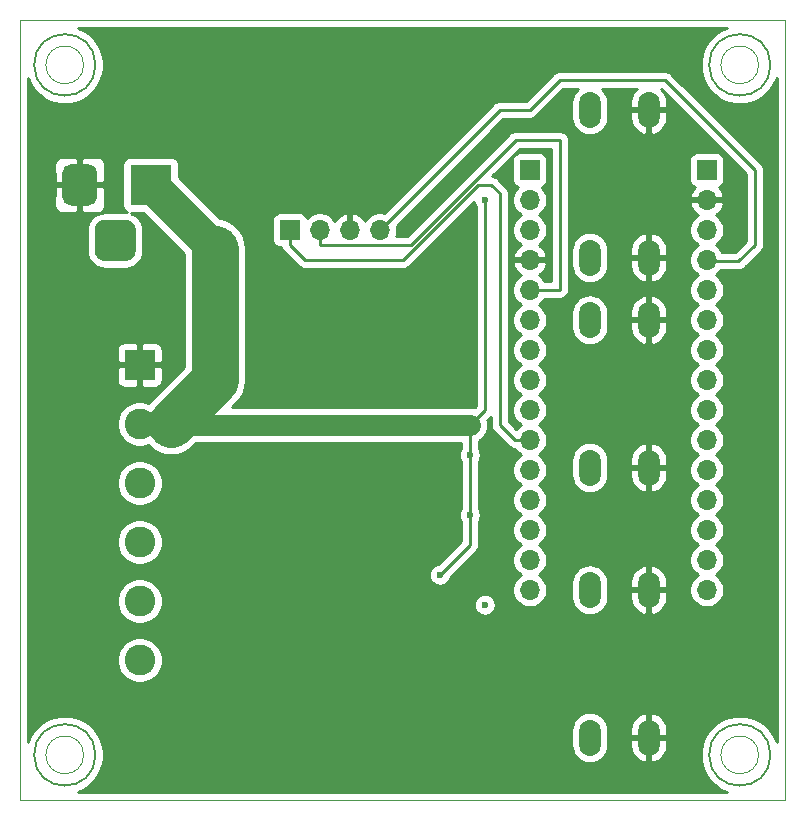
<source format=gbr>
%TF.GenerationSoftware,KiCad,Pcbnew,5.1.9-73d0e3b20d~88~ubuntu20.04.1*%
%TF.CreationDate,2021-01-06T22:16:02+03:00*%
%TF.ProjectId,RGBschildD2PAK,52474273-6368-4696-9c64-443250414b2e,rev?*%
%TF.SameCoordinates,Original*%
%TF.FileFunction,Copper,L2,Bot*%
%TF.FilePolarity,Positive*%
%FSLAX46Y46*%
G04 Gerber Fmt 4.6, Leading zero omitted, Abs format (unit mm)*
G04 Created by KiCad (PCBNEW 5.1.9-73d0e3b20d~88~ubuntu20.04.1) date 2021-01-06 22:16:02*
%MOMM*%
%LPD*%
G01*
G04 APERTURE LIST*
%TA.AperFunction,Profile*%
%ADD10C,0.100000*%
%TD*%
%TA.AperFunction,NonConductor*%
%ADD11C,0.150000*%
%TD*%
%TA.AperFunction,ComponentPad*%
%ADD12O,1.700000X1.700000*%
%TD*%
%TA.AperFunction,ComponentPad*%
%ADD13R,1.700000X1.700000*%
%TD*%
%TA.AperFunction,ComponentPad*%
%ADD14O,1.850000X3.048000*%
%TD*%
%TA.AperFunction,ComponentPad*%
%ADD15C,2.600000*%
%TD*%
%TA.AperFunction,ComponentPad*%
%ADD16R,2.600000X2.600000*%
%TD*%
%TA.AperFunction,ComponentPad*%
%ADD17R,3.500000X3.500000*%
%TD*%
%TA.AperFunction,ViaPad*%
%ADD18C,0.600000*%
%TD*%
%TA.AperFunction,Conductor*%
%ADD19C,0.250000*%
%TD*%
%TA.AperFunction,Conductor*%
%ADD20C,1.800000*%
%TD*%
%TA.AperFunction,Conductor*%
%ADD21C,4.000000*%
%TD*%
%TA.AperFunction,Conductor*%
%ADD22C,3.000000*%
%TD*%
%TA.AperFunction,Conductor*%
%ADD23C,0.254000*%
%TD*%
%TA.AperFunction,Conductor*%
%ADD24C,0.150000*%
%TD*%
G04 APERTURE END LIST*
D10*
X159080000Y-120650000D02*
G75*
G03*
X159080000Y-120650000I-1600000J0D01*
G01*
D11*
X160080000Y-120650000D02*
G75*
G03*
X160080000Y-120650000I-2600000J0D01*
G01*
D10*
X101930000Y-120650000D02*
G75*
G03*
X101930000Y-120650000I-1600000J0D01*
G01*
D11*
X102930000Y-120650000D02*
G75*
G03*
X102930000Y-120650000I-2600000J0D01*
G01*
D10*
X159080000Y-62230000D02*
G75*
G03*
X159080000Y-62230000I-1600000J0D01*
G01*
D11*
X160080000Y-62230000D02*
G75*
G03*
X160080000Y-62230000I-2600000J0D01*
G01*
X102930000Y-62230000D02*
G75*
G03*
X102930000Y-62230000I-2600000J0D01*
G01*
D10*
X101930000Y-62230000D02*
G75*
G03*
X101930000Y-62230000I-1600000J0D01*
G01*
X96520000Y-58420000D02*
X161290000Y-58420000D01*
X96520000Y-58420000D02*
X96520000Y-124460000D01*
X161290000Y-124460000D02*
X161290000Y-58420000D01*
X96520000Y-124460000D02*
X161290000Y-124460000D01*
D12*
%TO.P,J1,4*%
%TO.N,5V*%
X127000000Y-76200000D03*
%TO.P,J1,3*%
%TO.N,GND*%
X124460000Y-76200000D03*
%TO.P,J1,2*%
%TO.N,D2*%
X121920000Y-76200000D03*
D13*
%TO.P,J1,1*%
%TO.N,D7*%
X119380000Y-76200000D03*
%TD*%
D14*
%TO.P,SW3,2*%
%TO.N,GND*%
X149780000Y-106680000D03*
%TO.P,SW3,1*%
%TO.N,D6*%
X144780000Y-106680000D03*
%TO.P,SW3,2*%
%TO.N,GND*%
X149780000Y-119180000D03*
%TO.P,SW3,1*%
%TO.N,D6*%
X144780000Y-119180000D03*
%TD*%
D12*
%TO.P,P2,15*%
%TO.N,/13(SCK)*%
X154686000Y-106680000D03*
%TO.P,P2,14*%
%TO.N,Net-(P2-Pad14)*%
X154686000Y-104140000D03*
%TO.P,P2,13*%
%TO.N,/AREF*%
X154686000Y-101600000D03*
%TO.P,P2,12*%
%TO.N,A0*%
X154686000Y-99060000D03*
%TO.P,P2,11*%
%TO.N,/A1*%
X154686000Y-96520000D03*
%TO.P,P2,10*%
%TO.N,/A2*%
X154686000Y-93980000D03*
%TO.P,P2,9*%
%TO.N,/A3*%
X154686000Y-91440000D03*
%TO.P,P2,8*%
%TO.N,/A4*%
X154686000Y-88900000D03*
%TO.P,P2,7*%
%TO.N,/A5*%
X154686000Y-86360000D03*
%TO.P,P2,6*%
%TO.N,/A6*%
X154686000Y-83820000D03*
%TO.P,P2,5*%
%TO.N,/A7*%
X154686000Y-81280000D03*
%TO.P,P2,4*%
%TO.N,5V*%
X154686000Y-78740000D03*
%TO.P,P2,3*%
%TO.N,Net-(P2-Pad3)*%
X154686000Y-76200000D03*
%TO.P,P2,2*%
%TO.N,GND*%
X154686000Y-73660000D03*
D13*
%TO.P,P2,1*%
%TO.N,12V*%
X154686000Y-71120000D03*
%TD*%
D14*
%TO.P,SW2,2*%
%TO.N,GND*%
X149780000Y-83820000D03*
%TO.P,SW2,1*%
%TO.N,D5*%
X144780000Y-83820000D03*
%TO.P,SW2,2*%
%TO.N,GND*%
X149780000Y-96320000D03*
%TO.P,SW2,1*%
%TO.N,D5*%
X144780000Y-96320000D03*
%TD*%
%TO.P,SW1,2*%
%TO.N,GND*%
X149780000Y-66040000D03*
%TO.P,SW1,1*%
%TO.N,D4*%
X144780000Y-66040000D03*
%TO.P,SW1,2*%
%TO.N,GND*%
X149780000Y-78540000D03*
%TO.P,SW1,1*%
%TO.N,D4*%
X144780000Y-78540000D03*
%TD*%
D12*
%TO.P,P1,15*%
%TO.N,/12(MISO)*%
X139700000Y-106680000D03*
%TO.P,P1,14*%
%TO.N,D11*%
X139700000Y-104140000D03*
%TO.P,P1,13*%
%TO.N,D10*%
X139700000Y-101600000D03*
%TO.P,P1,12*%
%TO.N,D9*%
X139700000Y-99060000D03*
%TO.P,P1,11*%
%TO.N,/8*%
X139700000Y-96520000D03*
%TO.P,P1,10*%
%TO.N,D7*%
X139700000Y-93980000D03*
%TO.P,P1,9*%
%TO.N,D6*%
X139700000Y-91440000D03*
%TO.P,P1,8*%
%TO.N,D5*%
X139700000Y-88900000D03*
%TO.P,P1,7*%
%TO.N,D4*%
X139700000Y-86360000D03*
%TO.P,P1,6*%
%TO.N,D3*%
X139700000Y-83820000D03*
%TO.P,P1,5*%
%TO.N,D2*%
X139700000Y-81280000D03*
%TO.P,P1,4*%
%TO.N,GND*%
X139700000Y-78740000D03*
%TO.P,P1,3*%
%TO.N,/Reset*%
X139700000Y-76200000D03*
%TO.P,P1,2*%
%TO.N,/0(Rx)*%
X139700000Y-73660000D03*
D13*
%TO.P,P1,1*%
%TO.N,/1(Tx)*%
X139700000Y-71120000D03*
%TD*%
D15*
%TO.P,J3,6*%
%TO.N,W*%
X106680000Y-112630000D03*
%TO.P,J3,5*%
%TO.N,B*%
X106680000Y-107630000D03*
%TO.P,J3,4*%
%TO.N,G*%
X106680000Y-102630000D03*
%TO.P,J3,3*%
%TO.N,R*%
X106680000Y-97630000D03*
%TO.P,J3,2*%
%TO.N,12V*%
X106680000Y-92630000D03*
D16*
%TO.P,J3,1*%
%TO.N,GND*%
X106680000Y-87630000D03*
%TD*%
%TO.P,J2,3*%
%TO.N,N/C*%
%TA.AperFunction,ComponentPad*%
G36*
G01*
X102850000Y-77965000D02*
X102850000Y-76215000D01*
G75*
G02*
X103725000Y-75340000I875000J0D01*
G01*
X105475000Y-75340000D01*
G75*
G02*
X106350000Y-76215000I0J-875000D01*
G01*
X106350000Y-77965000D01*
G75*
G02*
X105475000Y-78840000I-875000J0D01*
G01*
X103725000Y-78840000D01*
G75*
G02*
X102850000Y-77965000I0J875000D01*
G01*
G37*
%TD.AperFunction*%
%TO.P,J2,2*%
%TO.N,GND*%
%TA.AperFunction,ComponentPad*%
G36*
G01*
X100100000Y-73390000D02*
X100100000Y-71390000D01*
G75*
G02*
X100850000Y-70640000I750000J0D01*
G01*
X102350000Y-70640000D01*
G75*
G02*
X103100000Y-71390000I0J-750000D01*
G01*
X103100000Y-73390000D01*
G75*
G02*
X102350000Y-74140000I-750000J0D01*
G01*
X100850000Y-74140000D01*
G75*
G02*
X100100000Y-73390000I0J750000D01*
G01*
G37*
%TD.AperFunction*%
D17*
%TO.P,J2,1*%
%TO.N,12V*%
X107600000Y-72390000D03*
%TD*%
D18*
%TO.N,*%
X135890000Y-107950000D03*
%TO.N,GND*%
X158750000Y-102870000D03*
X144780000Y-90170000D03*
X133350000Y-110490000D03*
X133350000Y-64770000D03*
X129540000Y-80010000D03*
X130810000Y-80010000D03*
X132080000Y-80010000D03*
X133350000Y-81280000D03*
X133350000Y-82550000D03*
X133350000Y-83820000D03*
X132080000Y-110490000D03*
X130810000Y-110490000D03*
X129540000Y-110490000D03*
X128270000Y-110490000D03*
X130810000Y-115570000D03*
X129540000Y-115570000D03*
X128270000Y-115570000D03*
X129540000Y-95250000D03*
X130810000Y-95250000D03*
X132080000Y-95250000D03*
X128270000Y-95250000D03*
X129540000Y-100330000D03*
X130810000Y-100330000D03*
X132080000Y-100330000D03*
X128270000Y-100330000D03*
X128270000Y-80010000D03*
X130810000Y-85090000D03*
X129540000Y-85090000D03*
X128270000Y-85090000D03*
X132080000Y-85090000D03*
X133350000Y-85090000D03*
X128270000Y-62230000D03*
X129540000Y-62230000D03*
X130810000Y-62230000D03*
X132080000Y-62230000D03*
X133350000Y-62230000D03*
X133350000Y-63500000D03*
X133350000Y-66040000D03*
X133350000Y-67310000D03*
X132080000Y-67310000D03*
X130810000Y-67310000D03*
X129540000Y-67310000D03*
X128270000Y-67310000D03*
%TO.N,12V*%
X132080000Y-105410000D03*
X135890000Y-73660000D03*
X134620000Y-92710000D03*
X134620000Y-100330000D03*
X134620000Y-95250000D03*
X109220000Y-92710000D03*
X113030000Y-86360000D03*
X113030000Y-83820000D03*
X113030000Y-85090000D03*
X113030000Y-82550000D03*
X113030000Y-81280000D03*
X113030000Y-80010000D03*
%TD*%
D19*
%TO.N,12V*%
X135890000Y-91440000D02*
X134620000Y-92710000D01*
X135890000Y-73660000D02*
X135890000Y-91440000D01*
X134620000Y-102870000D02*
X132080000Y-105410000D01*
X134620000Y-92710000D02*
X134620000Y-102870000D01*
D20*
X106760000Y-92710000D02*
X106680000Y-92630000D01*
X134620000Y-92710000D02*
X109220000Y-92710000D01*
X106680000Y-92630000D02*
X109300000Y-92630000D01*
D21*
X109300000Y-92630000D02*
X113030000Y-88900000D01*
D22*
X113030000Y-77820000D02*
X107600000Y-72390000D01*
D21*
X113030000Y-88900000D02*
X113030000Y-86360000D01*
D20*
X109220000Y-92710000D02*
X106760000Y-92710000D01*
D21*
X113030000Y-86360000D02*
X113030000Y-85090000D01*
X113030000Y-83820000D02*
X113030000Y-82550000D01*
X113030000Y-85090000D02*
X113030000Y-83820000D01*
X113030000Y-82550000D02*
X113030000Y-81280000D01*
X113030000Y-81280000D02*
X113030000Y-80010000D01*
X113030000Y-80010000D02*
X113030000Y-77820000D01*
D19*
%TO.N,D2*%
X121920000Y-76200000D02*
X121920000Y-77470000D01*
X129630588Y-77470000D02*
X138520588Y-68580000D01*
X121920000Y-77470000D02*
X129630588Y-77470000D01*
X138520588Y-68580000D02*
X142240000Y-68580000D01*
X142240000Y-68580000D02*
X142240000Y-81280000D01*
X142240000Y-81280000D02*
X139700000Y-81280000D01*
%TO.N,5V*%
X127000000Y-76200000D02*
X137160000Y-66040000D01*
X137160000Y-66040000D02*
X139700000Y-66040000D01*
X139700000Y-66040000D02*
X142240000Y-63500000D01*
X142240000Y-63500000D02*
X151130000Y-63500000D01*
X151130000Y-63500000D02*
X158750000Y-71120000D01*
X158750000Y-71120000D02*
X158750000Y-77470000D01*
X157353000Y-78867000D02*
X154686000Y-78867000D01*
X158750000Y-77470000D02*
X157353000Y-78867000D01*
%TO.N,D7*%
X119380000Y-76200000D02*
X119380000Y-77470000D01*
X119380000Y-77470000D02*
X120650000Y-78740000D01*
X128996998Y-78740000D02*
X135346998Y-72390000D01*
X120650000Y-78740000D02*
X128996998Y-78740000D01*
X136433002Y-72390000D02*
X137160000Y-73116998D01*
X135346998Y-72390000D02*
X136433002Y-72390000D01*
X137160000Y-73116998D02*
X137160000Y-92710000D01*
X138430000Y-93980000D02*
X139700000Y-93980000D01*
X137160000Y-92710000D02*
X138430000Y-93980000D01*
%TD*%
D23*
%TO.N,GND*%
X155910249Y-59293202D02*
X155367470Y-59655875D01*
X154905875Y-60117470D01*
X154543202Y-60660249D01*
X154293389Y-61263352D01*
X154166035Y-61903603D01*
X154166035Y-62556397D01*
X154293389Y-63196648D01*
X154543202Y-63799751D01*
X154905875Y-64342530D01*
X155367470Y-64804125D01*
X155910249Y-65166798D01*
X156513352Y-65416611D01*
X157153603Y-65543965D01*
X157806397Y-65543965D01*
X158446648Y-65416611D01*
X159049751Y-65166798D01*
X159592530Y-64804125D01*
X160054125Y-64342530D01*
X160416798Y-63799751D01*
X160605001Y-63345388D01*
X160605000Y-119534610D01*
X160416798Y-119080249D01*
X160054125Y-118537470D01*
X159592530Y-118075875D01*
X159049751Y-117713202D01*
X158446648Y-117463389D01*
X157806397Y-117336035D01*
X157153603Y-117336035D01*
X156513352Y-117463389D01*
X155910249Y-117713202D01*
X155367470Y-118075875D01*
X154905875Y-118537470D01*
X154543202Y-119080249D01*
X154293389Y-119683352D01*
X154166035Y-120323603D01*
X154166035Y-120976397D01*
X154293389Y-121616648D01*
X154543202Y-122219751D01*
X154905875Y-122762530D01*
X155367470Y-123224125D01*
X155910249Y-123586798D01*
X156364610Y-123775000D01*
X101445390Y-123775000D01*
X101899751Y-123586798D01*
X102442530Y-123224125D01*
X102904125Y-122762530D01*
X103266798Y-122219751D01*
X103516611Y-121616648D01*
X103643965Y-120976397D01*
X103643965Y-120323603D01*
X103516611Y-119683352D01*
X103266798Y-119080249D01*
X102904125Y-118537470D01*
X102871019Y-118504364D01*
X143220000Y-118504364D01*
X143220000Y-119855635D01*
X143242572Y-120084812D01*
X143331774Y-120378874D01*
X143476631Y-120649882D01*
X143671576Y-120887424D01*
X143909117Y-121082369D01*
X144180125Y-121227226D01*
X144474187Y-121316428D01*
X144780000Y-121346548D01*
X145085812Y-121316428D01*
X145379874Y-121227226D01*
X145650882Y-121082369D01*
X145888424Y-120887424D01*
X146083369Y-120649883D01*
X146228226Y-120378875D01*
X146317428Y-120084813D01*
X146340000Y-119855636D01*
X146340000Y-119307000D01*
X148220000Y-119307000D01*
X148220000Y-119906000D01*
X148274751Y-120207901D01*
X148387348Y-120493319D01*
X148553464Y-120751286D01*
X148766715Y-120971889D01*
X149018906Y-121146650D01*
X149300345Y-121268853D01*
X149411336Y-121294812D01*
X149653000Y-121174483D01*
X149653000Y-119307000D01*
X149907000Y-119307000D01*
X149907000Y-121174483D01*
X150148664Y-121294812D01*
X150259655Y-121268853D01*
X150541094Y-121146650D01*
X150793285Y-120971889D01*
X151006536Y-120751286D01*
X151172652Y-120493319D01*
X151285249Y-120207901D01*
X151340000Y-119906000D01*
X151340000Y-119307000D01*
X149907000Y-119307000D01*
X149653000Y-119307000D01*
X148220000Y-119307000D01*
X146340000Y-119307000D01*
X146340000Y-118504364D01*
X146335040Y-118454000D01*
X148220000Y-118454000D01*
X148220000Y-119053000D01*
X149653000Y-119053000D01*
X149653000Y-117185517D01*
X149907000Y-117185517D01*
X149907000Y-119053000D01*
X151340000Y-119053000D01*
X151340000Y-118454000D01*
X151285249Y-118152099D01*
X151172652Y-117866681D01*
X151006536Y-117608714D01*
X150793285Y-117388111D01*
X150541094Y-117213350D01*
X150259655Y-117091147D01*
X150148664Y-117065188D01*
X149907000Y-117185517D01*
X149653000Y-117185517D01*
X149411336Y-117065188D01*
X149300345Y-117091147D01*
X149018906Y-117213350D01*
X148766715Y-117388111D01*
X148553464Y-117608714D01*
X148387348Y-117866681D01*
X148274751Y-118152099D01*
X148220000Y-118454000D01*
X146335040Y-118454000D01*
X146317428Y-118275187D01*
X146228226Y-117981125D01*
X146083369Y-117710117D01*
X145888424Y-117472576D01*
X145650883Y-117277631D01*
X145379875Y-117132774D01*
X145085813Y-117043572D01*
X144780000Y-117013452D01*
X144474188Y-117043572D01*
X144180126Y-117132774D01*
X143909118Y-117277631D01*
X143671577Y-117472576D01*
X143476632Y-117710117D01*
X143331774Y-117981125D01*
X143242572Y-118275187D01*
X143220000Y-118504364D01*
X102871019Y-118504364D01*
X102442530Y-118075875D01*
X101899751Y-117713202D01*
X101296648Y-117463389D01*
X100656397Y-117336035D01*
X100003603Y-117336035D01*
X99363352Y-117463389D01*
X98760249Y-117713202D01*
X98217470Y-118075875D01*
X97755875Y-118537470D01*
X97393202Y-119080249D01*
X97205000Y-119534610D01*
X97205000Y-112439419D01*
X104745000Y-112439419D01*
X104745000Y-112820581D01*
X104819361Y-113194419D01*
X104965225Y-113546566D01*
X105176987Y-113863491D01*
X105446509Y-114133013D01*
X105763434Y-114344775D01*
X106115581Y-114490639D01*
X106489419Y-114565000D01*
X106870581Y-114565000D01*
X107244419Y-114490639D01*
X107596566Y-114344775D01*
X107913491Y-114133013D01*
X108183013Y-113863491D01*
X108394775Y-113546566D01*
X108540639Y-113194419D01*
X108615000Y-112820581D01*
X108615000Y-112439419D01*
X108540639Y-112065581D01*
X108394775Y-111713434D01*
X108183013Y-111396509D01*
X107913491Y-111126987D01*
X107596566Y-110915225D01*
X107244419Y-110769361D01*
X106870581Y-110695000D01*
X106489419Y-110695000D01*
X106115581Y-110769361D01*
X105763434Y-110915225D01*
X105446509Y-111126987D01*
X105176987Y-111396509D01*
X104965225Y-111713434D01*
X104819361Y-112065581D01*
X104745000Y-112439419D01*
X97205000Y-112439419D01*
X97205000Y-107439419D01*
X104745000Y-107439419D01*
X104745000Y-107820581D01*
X104819361Y-108194419D01*
X104965225Y-108546566D01*
X105176987Y-108863491D01*
X105446509Y-109133013D01*
X105763434Y-109344775D01*
X106115581Y-109490639D01*
X106489419Y-109565000D01*
X106870581Y-109565000D01*
X107244419Y-109490639D01*
X107596566Y-109344775D01*
X107913491Y-109133013D01*
X108183013Y-108863491D01*
X108394775Y-108546566D01*
X108540639Y-108194419D01*
X108607574Y-107857911D01*
X134955000Y-107857911D01*
X134955000Y-108042089D01*
X134990932Y-108222729D01*
X135061414Y-108392889D01*
X135163738Y-108546028D01*
X135293972Y-108676262D01*
X135447111Y-108778586D01*
X135617271Y-108849068D01*
X135797911Y-108885000D01*
X135982089Y-108885000D01*
X136162729Y-108849068D01*
X136332889Y-108778586D01*
X136486028Y-108676262D01*
X136616262Y-108546028D01*
X136718586Y-108392889D01*
X136789068Y-108222729D01*
X136825000Y-108042089D01*
X136825000Y-107857911D01*
X136789068Y-107677271D01*
X136718586Y-107507111D01*
X136616262Y-107353972D01*
X136486028Y-107223738D01*
X136332889Y-107121414D01*
X136162729Y-107050932D01*
X135982089Y-107015000D01*
X135797911Y-107015000D01*
X135617271Y-107050932D01*
X135447111Y-107121414D01*
X135293972Y-107223738D01*
X135163738Y-107353972D01*
X135061414Y-107507111D01*
X134990932Y-107677271D01*
X134955000Y-107857911D01*
X108607574Y-107857911D01*
X108615000Y-107820581D01*
X108615000Y-107439419D01*
X108540639Y-107065581D01*
X108394775Y-106713434D01*
X108183013Y-106396509D01*
X107913491Y-106126987D01*
X107596566Y-105915225D01*
X107244419Y-105769361D01*
X106870581Y-105695000D01*
X106489419Y-105695000D01*
X106115581Y-105769361D01*
X105763434Y-105915225D01*
X105446509Y-106126987D01*
X105176987Y-106396509D01*
X104965225Y-106713434D01*
X104819361Y-107065581D01*
X104745000Y-107439419D01*
X97205000Y-107439419D01*
X97205000Y-102439419D01*
X104745000Y-102439419D01*
X104745000Y-102820581D01*
X104819361Y-103194419D01*
X104965225Y-103546566D01*
X105176987Y-103863491D01*
X105446509Y-104133013D01*
X105763434Y-104344775D01*
X106115581Y-104490639D01*
X106489419Y-104565000D01*
X106870581Y-104565000D01*
X107244419Y-104490639D01*
X107596566Y-104344775D01*
X107913491Y-104133013D01*
X108183013Y-103863491D01*
X108394775Y-103546566D01*
X108540639Y-103194419D01*
X108615000Y-102820581D01*
X108615000Y-102439419D01*
X108540639Y-102065581D01*
X108394775Y-101713434D01*
X108183013Y-101396509D01*
X107913491Y-101126987D01*
X107596566Y-100915225D01*
X107244419Y-100769361D01*
X106870581Y-100695000D01*
X106489419Y-100695000D01*
X106115581Y-100769361D01*
X105763434Y-100915225D01*
X105446509Y-101126987D01*
X105176987Y-101396509D01*
X104965225Y-101713434D01*
X104819361Y-102065581D01*
X104745000Y-102439419D01*
X97205000Y-102439419D01*
X97205000Y-97439419D01*
X104745000Y-97439419D01*
X104745000Y-97820581D01*
X104819361Y-98194419D01*
X104965225Y-98546566D01*
X105176987Y-98863491D01*
X105446509Y-99133013D01*
X105763434Y-99344775D01*
X106115581Y-99490639D01*
X106489419Y-99565000D01*
X106870581Y-99565000D01*
X107244419Y-99490639D01*
X107596566Y-99344775D01*
X107913491Y-99133013D01*
X108183013Y-98863491D01*
X108394775Y-98546566D01*
X108540639Y-98194419D01*
X108615000Y-97820581D01*
X108615000Y-97439419D01*
X108540639Y-97065581D01*
X108394775Y-96713434D01*
X108183013Y-96396509D01*
X107913491Y-96126987D01*
X107596566Y-95915225D01*
X107244419Y-95769361D01*
X106870581Y-95695000D01*
X106489419Y-95695000D01*
X106115581Y-95769361D01*
X105763434Y-95915225D01*
X105446509Y-96126987D01*
X105176987Y-96396509D01*
X104965225Y-96713434D01*
X104819361Y-97065581D01*
X104745000Y-97439419D01*
X97205000Y-97439419D01*
X97205000Y-88930000D01*
X104741928Y-88930000D01*
X104754188Y-89054482D01*
X104790498Y-89174180D01*
X104849463Y-89284494D01*
X104928815Y-89381185D01*
X105025506Y-89460537D01*
X105135820Y-89519502D01*
X105255518Y-89555812D01*
X105380000Y-89568072D01*
X106394250Y-89565000D01*
X106553000Y-89406250D01*
X106553000Y-87757000D01*
X106807000Y-87757000D01*
X106807000Y-89406250D01*
X106965750Y-89565000D01*
X107980000Y-89568072D01*
X108104482Y-89555812D01*
X108224180Y-89519502D01*
X108334494Y-89460537D01*
X108431185Y-89381185D01*
X108510537Y-89284494D01*
X108569502Y-89174180D01*
X108605812Y-89054482D01*
X108618072Y-88930000D01*
X108615000Y-87915750D01*
X108456250Y-87757000D01*
X106807000Y-87757000D01*
X106553000Y-87757000D01*
X104903750Y-87757000D01*
X104745000Y-87915750D01*
X104741928Y-88930000D01*
X97205000Y-88930000D01*
X97205000Y-86330000D01*
X104741928Y-86330000D01*
X104745000Y-87344250D01*
X104903750Y-87503000D01*
X106553000Y-87503000D01*
X106553000Y-85853750D01*
X106807000Y-85853750D01*
X106807000Y-87503000D01*
X108456250Y-87503000D01*
X108615000Y-87344250D01*
X108618072Y-86330000D01*
X108605812Y-86205518D01*
X108569502Y-86085820D01*
X108510537Y-85975506D01*
X108431185Y-85878815D01*
X108334494Y-85799463D01*
X108224180Y-85740498D01*
X108104482Y-85704188D01*
X107980000Y-85691928D01*
X106965750Y-85695000D01*
X106807000Y-85853750D01*
X106553000Y-85853750D01*
X106394250Y-85695000D01*
X105380000Y-85691928D01*
X105255518Y-85704188D01*
X105135820Y-85740498D01*
X105025506Y-85799463D01*
X104928815Y-85878815D01*
X104849463Y-85975506D01*
X104790498Y-86085820D01*
X104754188Y-86205518D01*
X104741928Y-86330000D01*
X97205000Y-86330000D01*
X97205000Y-76215000D01*
X102211928Y-76215000D01*
X102211928Y-77965000D01*
X102241001Y-78260186D01*
X102327104Y-78544028D01*
X102466927Y-78805618D01*
X102655097Y-79034903D01*
X102884382Y-79223073D01*
X103145972Y-79362896D01*
X103429814Y-79448999D01*
X103725000Y-79478072D01*
X105475000Y-79478072D01*
X105770186Y-79448999D01*
X106054028Y-79362896D01*
X106315618Y-79223073D01*
X106544903Y-79034903D01*
X106733073Y-78805618D01*
X106872896Y-78544028D01*
X106958999Y-78260186D01*
X106988072Y-77965000D01*
X106988072Y-76215000D01*
X106958999Y-75919814D01*
X106872896Y-75635972D01*
X106733073Y-75374382D01*
X106544903Y-75145097D01*
X106315618Y-74956927D01*
X106054028Y-74817104D01*
X105925357Y-74778072D01*
X106968727Y-74778072D01*
X110395000Y-78204346D01*
X110395000Y-87808548D01*
X107378605Y-90824943D01*
X107244419Y-90769361D01*
X106870581Y-90695000D01*
X106489419Y-90695000D01*
X106115581Y-90769361D01*
X105763434Y-90915225D01*
X105446509Y-91126987D01*
X105176987Y-91396509D01*
X104965225Y-91713434D01*
X104819361Y-92065581D01*
X104745000Y-92439419D01*
X104745000Y-92820581D01*
X104819361Y-93194419D01*
X104965225Y-93546566D01*
X105176987Y-93863491D01*
X105446509Y-94133013D01*
X105763434Y-94344775D01*
X106115581Y-94490639D01*
X106489419Y-94565000D01*
X106870581Y-94565000D01*
X107244419Y-94490639D01*
X107374141Y-94436907D01*
X107427759Y-94502241D01*
X107828990Y-94831522D01*
X108286751Y-95076201D01*
X108783451Y-95226873D01*
X109300000Y-95277748D01*
X109816549Y-95226873D01*
X110313249Y-95076201D01*
X110771010Y-94831522D01*
X111071697Y-94584755D01*
X111411452Y-94245000D01*
X133860000Y-94245000D01*
X133860000Y-94704464D01*
X133791414Y-94807111D01*
X133720932Y-94977271D01*
X133685000Y-95157911D01*
X133685000Y-95342089D01*
X133720932Y-95522729D01*
X133791414Y-95692889D01*
X133860000Y-95795536D01*
X133860001Y-99784464D01*
X133791414Y-99887111D01*
X133720932Y-100057271D01*
X133685000Y-100237911D01*
X133685000Y-100422089D01*
X133720932Y-100602729D01*
X133791414Y-100772889D01*
X133860001Y-100875537D01*
X133860001Y-102555196D01*
X131928351Y-104486847D01*
X131807271Y-104510932D01*
X131637111Y-104581414D01*
X131483972Y-104683738D01*
X131353738Y-104813972D01*
X131251414Y-104967111D01*
X131180932Y-105137271D01*
X131145000Y-105317911D01*
X131145000Y-105502089D01*
X131180932Y-105682729D01*
X131251414Y-105852889D01*
X131353738Y-106006028D01*
X131483972Y-106136262D01*
X131637111Y-106238586D01*
X131807271Y-106309068D01*
X131987911Y-106345000D01*
X132172089Y-106345000D01*
X132352729Y-106309068D01*
X132522889Y-106238586D01*
X132676028Y-106136262D01*
X132806262Y-106006028D01*
X132908586Y-105852889D01*
X132979068Y-105682729D01*
X133003153Y-105561649D01*
X135131008Y-103433795D01*
X135160001Y-103410001D01*
X135183795Y-103381008D01*
X135183799Y-103381004D01*
X135254973Y-103294277D01*
X135308349Y-103194419D01*
X135325546Y-103162247D01*
X135369003Y-103018986D01*
X135380000Y-102907333D01*
X135380000Y-102907324D01*
X135383676Y-102870001D01*
X135380000Y-102832678D01*
X135380000Y-100875535D01*
X135448586Y-100772889D01*
X135519068Y-100602729D01*
X135555000Y-100422089D01*
X135555000Y-100237911D01*
X135519068Y-100057271D01*
X135448586Y-99887111D01*
X135380000Y-99784465D01*
X135380000Y-95795535D01*
X135448586Y-95692889D01*
X135519068Y-95522729D01*
X135555000Y-95342089D01*
X135555000Y-95157911D01*
X135519068Y-94977271D01*
X135448586Y-94807111D01*
X135380000Y-94704465D01*
X135380000Y-94044290D01*
X135476927Y-93992481D01*
X135710661Y-93800661D01*
X135902481Y-93566927D01*
X136045017Y-93300261D01*
X136132790Y-93010913D01*
X136162427Y-92710000D01*
X136132790Y-92409087D01*
X136100886Y-92303915D01*
X136400001Y-92004801D01*
X136400001Y-92672667D01*
X136396324Y-92710000D01*
X136410998Y-92858985D01*
X136454454Y-93002246D01*
X136525026Y-93134276D01*
X136574385Y-93194419D01*
X136620000Y-93250001D01*
X136648998Y-93273799D01*
X137866201Y-94491003D01*
X137889999Y-94520001D01*
X138005724Y-94614974D01*
X138137753Y-94685546D01*
X138281014Y-94729003D01*
X138392667Y-94740000D01*
X138392676Y-94740000D01*
X138423875Y-94743073D01*
X138546525Y-94926632D01*
X138753368Y-95133475D01*
X138927760Y-95250000D01*
X138753368Y-95366525D01*
X138546525Y-95573368D01*
X138384010Y-95816589D01*
X138272068Y-96086842D01*
X138215000Y-96373740D01*
X138215000Y-96666260D01*
X138272068Y-96953158D01*
X138384010Y-97223411D01*
X138546525Y-97466632D01*
X138753368Y-97673475D01*
X138927760Y-97790000D01*
X138753368Y-97906525D01*
X138546525Y-98113368D01*
X138384010Y-98356589D01*
X138272068Y-98626842D01*
X138215000Y-98913740D01*
X138215000Y-99206260D01*
X138272068Y-99493158D01*
X138384010Y-99763411D01*
X138546525Y-100006632D01*
X138753368Y-100213475D01*
X138927760Y-100330000D01*
X138753368Y-100446525D01*
X138546525Y-100653368D01*
X138384010Y-100896589D01*
X138272068Y-101166842D01*
X138215000Y-101453740D01*
X138215000Y-101746260D01*
X138272068Y-102033158D01*
X138384010Y-102303411D01*
X138546525Y-102546632D01*
X138753368Y-102753475D01*
X138927760Y-102870000D01*
X138753368Y-102986525D01*
X138546525Y-103193368D01*
X138384010Y-103436589D01*
X138272068Y-103706842D01*
X138215000Y-103993740D01*
X138215000Y-104286260D01*
X138272068Y-104573158D01*
X138384010Y-104843411D01*
X138546525Y-105086632D01*
X138753368Y-105293475D01*
X138927760Y-105410000D01*
X138753368Y-105526525D01*
X138546525Y-105733368D01*
X138384010Y-105976589D01*
X138272068Y-106246842D01*
X138215000Y-106533740D01*
X138215000Y-106826260D01*
X138272068Y-107113158D01*
X138384010Y-107383411D01*
X138546525Y-107626632D01*
X138753368Y-107833475D01*
X138996589Y-107995990D01*
X139266842Y-108107932D01*
X139553740Y-108165000D01*
X139846260Y-108165000D01*
X140133158Y-108107932D01*
X140403411Y-107995990D01*
X140646632Y-107833475D01*
X140853475Y-107626632D01*
X141015990Y-107383411D01*
X141127932Y-107113158D01*
X141185000Y-106826260D01*
X141185000Y-106533740D01*
X141127932Y-106246842D01*
X141027495Y-106004364D01*
X143220000Y-106004364D01*
X143220000Y-107355635D01*
X143242572Y-107584812D01*
X143331774Y-107878874D01*
X143476631Y-108149882D01*
X143671576Y-108387424D01*
X143909117Y-108582369D01*
X144180125Y-108727226D01*
X144474187Y-108816428D01*
X144780000Y-108846548D01*
X145085812Y-108816428D01*
X145379874Y-108727226D01*
X145650882Y-108582369D01*
X145888424Y-108387424D01*
X146083369Y-108149883D01*
X146228226Y-107878875D01*
X146317428Y-107584813D01*
X146340000Y-107355636D01*
X146340000Y-106807000D01*
X148220000Y-106807000D01*
X148220000Y-107406000D01*
X148274751Y-107707901D01*
X148387348Y-107993319D01*
X148553464Y-108251286D01*
X148766715Y-108471889D01*
X149018906Y-108646650D01*
X149300345Y-108768853D01*
X149411336Y-108794812D01*
X149653000Y-108674483D01*
X149653000Y-106807000D01*
X149907000Y-106807000D01*
X149907000Y-108674483D01*
X150148664Y-108794812D01*
X150259655Y-108768853D01*
X150541094Y-108646650D01*
X150793285Y-108471889D01*
X151006536Y-108251286D01*
X151172652Y-107993319D01*
X151285249Y-107707901D01*
X151340000Y-107406000D01*
X151340000Y-106807000D01*
X149907000Y-106807000D01*
X149653000Y-106807000D01*
X148220000Y-106807000D01*
X146340000Y-106807000D01*
X146340000Y-106004364D01*
X146335040Y-105954000D01*
X148220000Y-105954000D01*
X148220000Y-106553000D01*
X149653000Y-106553000D01*
X149653000Y-104685517D01*
X149907000Y-104685517D01*
X149907000Y-106553000D01*
X151340000Y-106553000D01*
X151340000Y-105954000D01*
X151285249Y-105652099D01*
X151172652Y-105366681D01*
X151006536Y-105108714D01*
X150793285Y-104888111D01*
X150541094Y-104713350D01*
X150259655Y-104591147D01*
X150148664Y-104565188D01*
X149907000Y-104685517D01*
X149653000Y-104685517D01*
X149411336Y-104565188D01*
X149300345Y-104591147D01*
X149018906Y-104713350D01*
X148766715Y-104888111D01*
X148553464Y-105108714D01*
X148387348Y-105366681D01*
X148274751Y-105652099D01*
X148220000Y-105954000D01*
X146335040Y-105954000D01*
X146317428Y-105775187D01*
X146228226Y-105481125D01*
X146083369Y-105210117D01*
X145888424Y-104972576D01*
X145650883Y-104777631D01*
X145379875Y-104632774D01*
X145085813Y-104543572D01*
X144780000Y-104513452D01*
X144474188Y-104543572D01*
X144180126Y-104632774D01*
X143909118Y-104777631D01*
X143671577Y-104972576D01*
X143476632Y-105210117D01*
X143331774Y-105481125D01*
X143242572Y-105775187D01*
X143220000Y-106004364D01*
X141027495Y-106004364D01*
X141015990Y-105976589D01*
X140853475Y-105733368D01*
X140646632Y-105526525D01*
X140472240Y-105410000D01*
X140646632Y-105293475D01*
X140853475Y-105086632D01*
X141015990Y-104843411D01*
X141127932Y-104573158D01*
X141185000Y-104286260D01*
X141185000Y-103993740D01*
X141127932Y-103706842D01*
X141015990Y-103436589D01*
X140853475Y-103193368D01*
X140646632Y-102986525D01*
X140472240Y-102870000D01*
X140646632Y-102753475D01*
X140853475Y-102546632D01*
X141015990Y-102303411D01*
X141127932Y-102033158D01*
X141185000Y-101746260D01*
X141185000Y-101453740D01*
X141127932Y-101166842D01*
X141015990Y-100896589D01*
X140853475Y-100653368D01*
X140646632Y-100446525D01*
X140472240Y-100330000D01*
X140646632Y-100213475D01*
X140853475Y-100006632D01*
X141015990Y-99763411D01*
X141127932Y-99493158D01*
X141185000Y-99206260D01*
X141185000Y-98913740D01*
X141127932Y-98626842D01*
X141015990Y-98356589D01*
X140853475Y-98113368D01*
X140646632Y-97906525D01*
X140472240Y-97790000D01*
X140646632Y-97673475D01*
X140853475Y-97466632D01*
X141015990Y-97223411D01*
X141127932Y-96953158D01*
X141185000Y-96666260D01*
X141185000Y-96373740D01*
X141127932Y-96086842D01*
X141015990Y-95816589D01*
X140900913Y-95644364D01*
X143220000Y-95644364D01*
X143220000Y-96995635D01*
X143242572Y-97224812D01*
X143331774Y-97518874D01*
X143476631Y-97789882D01*
X143671576Y-98027424D01*
X143909117Y-98222369D01*
X144180125Y-98367226D01*
X144474187Y-98456428D01*
X144780000Y-98486548D01*
X145085812Y-98456428D01*
X145379874Y-98367226D01*
X145650882Y-98222369D01*
X145888424Y-98027424D01*
X146083369Y-97789883D01*
X146228226Y-97518875D01*
X146317428Y-97224813D01*
X146340000Y-96995636D01*
X146340000Y-96447000D01*
X148220000Y-96447000D01*
X148220000Y-97046000D01*
X148274751Y-97347901D01*
X148387348Y-97633319D01*
X148553464Y-97891286D01*
X148766715Y-98111889D01*
X149018906Y-98286650D01*
X149300345Y-98408853D01*
X149411336Y-98434812D01*
X149653000Y-98314483D01*
X149653000Y-96447000D01*
X149907000Y-96447000D01*
X149907000Y-98314483D01*
X150148664Y-98434812D01*
X150259655Y-98408853D01*
X150541094Y-98286650D01*
X150793285Y-98111889D01*
X151006536Y-97891286D01*
X151172652Y-97633319D01*
X151285249Y-97347901D01*
X151340000Y-97046000D01*
X151340000Y-96447000D01*
X149907000Y-96447000D01*
X149653000Y-96447000D01*
X148220000Y-96447000D01*
X146340000Y-96447000D01*
X146340000Y-95644364D01*
X146335040Y-95594000D01*
X148220000Y-95594000D01*
X148220000Y-96193000D01*
X149653000Y-96193000D01*
X149653000Y-94325517D01*
X149907000Y-94325517D01*
X149907000Y-96193000D01*
X151340000Y-96193000D01*
X151340000Y-95594000D01*
X151285249Y-95292099D01*
X151172652Y-95006681D01*
X151006536Y-94748714D01*
X150793285Y-94528111D01*
X150541094Y-94353350D01*
X150259655Y-94231147D01*
X150148664Y-94205188D01*
X149907000Y-94325517D01*
X149653000Y-94325517D01*
X149411336Y-94205188D01*
X149300345Y-94231147D01*
X149018906Y-94353350D01*
X148766715Y-94528111D01*
X148553464Y-94748714D01*
X148387348Y-95006681D01*
X148274751Y-95292099D01*
X148220000Y-95594000D01*
X146335040Y-95594000D01*
X146317428Y-95415187D01*
X146228226Y-95121125D01*
X146083369Y-94850117D01*
X145888424Y-94612576D01*
X145650883Y-94417631D01*
X145379875Y-94272774D01*
X145085813Y-94183572D01*
X144780000Y-94153452D01*
X144474188Y-94183572D01*
X144180126Y-94272774D01*
X143909118Y-94417631D01*
X143671577Y-94612576D01*
X143476632Y-94850117D01*
X143331774Y-95121125D01*
X143242572Y-95415187D01*
X143220000Y-95644364D01*
X140900913Y-95644364D01*
X140853475Y-95573368D01*
X140646632Y-95366525D01*
X140472240Y-95250000D01*
X140646632Y-95133475D01*
X140853475Y-94926632D01*
X141015990Y-94683411D01*
X141127932Y-94413158D01*
X141185000Y-94126260D01*
X141185000Y-93833740D01*
X141127932Y-93546842D01*
X141015990Y-93276589D01*
X140853475Y-93033368D01*
X140646632Y-92826525D01*
X140472240Y-92710000D01*
X140646632Y-92593475D01*
X140853475Y-92386632D01*
X141015990Y-92143411D01*
X141127932Y-91873158D01*
X141185000Y-91586260D01*
X141185000Y-91293740D01*
X141127932Y-91006842D01*
X141015990Y-90736589D01*
X140853475Y-90493368D01*
X140646632Y-90286525D01*
X140472240Y-90170000D01*
X140646632Y-90053475D01*
X140853475Y-89846632D01*
X141015990Y-89603411D01*
X141127932Y-89333158D01*
X141185000Y-89046260D01*
X141185000Y-88753740D01*
X141127932Y-88466842D01*
X141015990Y-88196589D01*
X140853475Y-87953368D01*
X140646632Y-87746525D01*
X140472240Y-87630000D01*
X140646632Y-87513475D01*
X140853475Y-87306632D01*
X141015990Y-87063411D01*
X141127932Y-86793158D01*
X141185000Y-86506260D01*
X141185000Y-86213740D01*
X141127932Y-85926842D01*
X141015990Y-85656589D01*
X140853475Y-85413368D01*
X140646632Y-85206525D01*
X140472240Y-85090000D01*
X140646632Y-84973475D01*
X140853475Y-84766632D01*
X141015990Y-84523411D01*
X141127932Y-84253158D01*
X141185000Y-83966260D01*
X141185000Y-83673740D01*
X141127932Y-83386842D01*
X141027495Y-83144364D01*
X143220000Y-83144364D01*
X143220000Y-84495635D01*
X143242572Y-84724812D01*
X143331774Y-85018874D01*
X143476631Y-85289882D01*
X143671576Y-85527424D01*
X143909117Y-85722369D01*
X144180125Y-85867226D01*
X144474187Y-85956428D01*
X144780000Y-85986548D01*
X145085812Y-85956428D01*
X145379874Y-85867226D01*
X145650882Y-85722369D01*
X145888424Y-85527424D01*
X146083369Y-85289883D01*
X146228226Y-85018875D01*
X146317428Y-84724813D01*
X146340000Y-84495636D01*
X146340000Y-83947000D01*
X148220000Y-83947000D01*
X148220000Y-84546000D01*
X148274751Y-84847901D01*
X148387348Y-85133319D01*
X148553464Y-85391286D01*
X148766715Y-85611889D01*
X149018906Y-85786650D01*
X149300345Y-85908853D01*
X149411336Y-85934812D01*
X149653000Y-85814483D01*
X149653000Y-83947000D01*
X149907000Y-83947000D01*
X149907000Y-85814483D01*
X150148664Y-85934812D01*
X150259655Y-85908853D01*
X150541094Y-85786650D01*
X150793285Y-85611889D01*
X151006536Y-85391286D01*
X151172652Y-85133319D01*
X151285249Y-84847901D01*
X151340000Y-84546000D01*
X151340000Y-83947000D01*
X149907000Y-83947000D01*
X149653000Y-83947000D01*
X148220000Y-83947000D01*
X146340000Y-83947000D01*
X146340000Y-83144364D01*
X146335040Y-83094000D01*
X148220000Y-83094000D01*
X148220000Y-83693000D01*
X149653000Y-83693000D01*
X149653000Y-81825517D01*
X149907000Y-81825517D01*
X149907000Y-83693000D01*
X151340000Y-83693000D01*
X151340000Y-83094000D01*
X151285249Y-82792099D01*
X151172652Y-82506681D01*
X151006536Y-82248714D01*
X150793285Y-82028111D01*
X150541094Y-81853350D01*
X150259655Y-81731147D01*
X150148664Y-81705188D01*
X149907000Y-81825517D01*
X149653000Y-81825517D01*
X149411336Y-81705188D01*
X149300345Y-81731147D01*
X149018906Y-81853350D01*
X148766715Y-82028111D01*
X148553464Y-82248714D01*
X148387348Y-82506681D01*
X148274751Y-82792099D01*
X148220000Y-83094000D01*
X146335040Y-83094000D01*
X146317428Y-82915187D01*
X146228226Y-82621125D01*
X146083369Y-82350117D01*
X145888424Y-82112576D01*
X145650883Y-81917631D01*
X145379875Y-81772774D01*
X145085813Y-81683572D01*
X144780000Y-81653452D01*
X144474188Y-81683572D01*
X144180126Y-81772774D01*
X143909118Y-81917631D01*
X143671577Y-82112576D01*
X143476632Y-82350117D01*
X143331774Y-82621125D01*
X143242572Y-82915187D01*
X143220000Y-83144364D01*
X141027495Y-83144364D01*
X141015990Y-83116589D01*
X140853475Y-82873368D01*
X140646632Y-82666525D01*
X140472240Y-82550000D01*
X140646632Y-82433475D01*
X140853475Y-82226632D01*
X140978178Y-82040000D01*
X142202667Y-82040000D01*
X142240000Y-82043677D01*
X142388986Y-82029003D01*
X142532247Y-81985546D01*
X142664276Y-81914974D01*
X142780001Y-81820001D01*
X142874974Y-81704276D01*
X142945546Y-81572247D01*
X142989003Y-81428986D01*
X143000000Y-81317333D01*
X143003677Y-81280000D01*
X143000000Y-81242667D01*
X143000000Y-77864364D01*
X143220000Y-77864364D01*
X143220000Y-79215635D01*
X143242572Y-79444812D01*
X143331774Y-79738874D01*
X143476631Y-80009882D01*
X143671576Y-80247424D01*
X143909117Y-80442369D01*
X144180125Y-80587226D01*
X144474187Y-80676428D01*
X144780000Y-80706548D01*
X145085812Y-80676428D01*
X145379874Y-80587226D01*
X145650882Y-80442369D01*
X145888424Y-80247424D01*
X146083369Y-80009883D01*
X146228226Y-79738875D01*
X146317428Y-79444813D01*
X146340000Y-79215636D01*
X146340000Y-78667000D01*
X148220000Y-78667000D01*
X148220000Y-79266000D01*
X148274751Y-79567901D01*
X148387348Y-79853319D01*
X148553464Y-80111286D01*
X148766715Y-80331889D01*
X149018906Y-80506650D01*
X149300345Y-80628853D01*
X149411336Y-80654812D01*
X149653000Y-80534483D01*
X149653000Y-78667000D01*
X149907000Y-78667000D01*
X149907000Y-80534483D01*
X150148664Y-80654812D01*
X150259655Y-80628853D01*
X150541094Y-80506650D01*
X150793285Y-80331889D01*
X151006536Y-80111286D01*
X151172652Y-79853319D01*
X151285249Y-79567901D01*
X151340000Y-79266000D01*
X151340000Y-78667000D01*
X149907000Y-78667000D01*
X149653000Y-78667000D01*
X148220000Y-78667000D01*
X146340000Y-78667000D01*
X146340000Y-77864364D01*
X146335040Y-77814000D01*
X148220000Y-77814000D01*
X148220000Y-78413000D01*
X149653000Y-78413000D01*
X149653000Y-76545517D01*
X149907000Y-76545517D01*
X149907000Y-78413000D01*
X151340000Y-78413000D01*
X151340000Y-77814000D01*
X151285249Y-77512099D01*
X151172652Y-77226681D01*
X151006536Y-76968714D01*
X150793285Y-76748111D01*
X150541094Y-76573350D01*
X150259655Y-76451147D01*
X150148664Y-76425188D01*
X149907000Y-76545517D01*
X149653000Y-76545517D01*
X149411336Y-76425188D01*
X149300345Y-76451147D01*
X149018906Y-76573350D01*
X148766715Y-76748111D01*
X148553464Y-76968714D01*
X148387348Y-77226681D01*
X148274751Y-77512099D01*
X148220000Y-77814000D01*
X146335040Y-77814000D01*
X146317428Y-77635187D01*
X146228226Y-77341125D01*
X146083369Y-77070117D01*
X145888424Y-76832576D01*
X145650883Y-76637631D01*
X145379875Y-76492774D01*
X145085813Y-76403572D01*
X144780000Y-76373452D01*
X144474188Y-76403572D01*
X144180126Y-76492774D01*
X143909118Y-76637631D01*
X143671577Y-76832576D01*
X143476632Y-77070117D01*
X143331774Y-77341125D01*
X143242572Y-77635187D01*
X143220000Y-77864364D01*
X143000000Y-77864364D01*
X143000000Y-70270000D01*
X153197928Y-70270000D01*
X153197928Y-71970000D01*
X153210188Y-72094482D01*
X153246498Y-72214180D01*
X153305463Y-72324494D01*
X153384815Y-72421185D01*
X153481506Y-72500537D01*
X153591820Y-72559502D01*
X153672466Y-72583966D01*
X153588412Y-72659731D01*
X153414359Y-72893080D01*
X153289175Y-73155901D01*
X153244524Y-73303110D01*
X153365845Y-73533000D01*
X154559000Y-73533000D01*
X154559000Y-73513000D01*
X154813000Y-73513000D01*
X154813000Y-73533000D01*
X156006155Y-73533000D01*
X156127476Y-73303110D01*
X156082825Y-73155901D01*
X155957641Y-72893080D01*
X155783588Y-72659731D01*
X155699534Y-72583966D01*
X155780180Y-72559502D01*
X155890494Y-72500537D01*
X155987185Y-72421185D01*
X156066537Y-72324494D01*
X156125502Y-72214180D01*
X156161812Y-72094482D01*
X156174072Y-71970000D01*
X156174072Y-70270000D01*
X156161812Y-70145518D01*
X156125502Y-70025820D01*
X156066537Y-69915506D01*
X155987185Y-69818815D01*
X155890494Y-69739463D01*
X155780180Y-69680498D01*
X155660482Y-69644188D01*
X155536000Y-69631928D01*
X153836000Y-69631928D01*
X153711518Y-69644188D01*
X153591820Y-69680498D01*
X153481506Y-69739463D01*
X153384815Y-69818815D01*
X153305463Y-69915506D01*
X153246498Y-70025820D01*
X153210188Y-70145518D01*
X153197928Y-70270000D01*
X143000000Y-70270000D01*
X143000000Y-68617333D01*
X143003677Y-68580000D01*
X142989003Y-68431014D01*
X142945546Y-68287753D01*
X142874974Y-68155724D01*
X142780001Y-68039999D01*
X142664276Y-67945026D01*
X142532247Y-67874454D01*
X142388986Y-67830997D01*
X142277333Y-67820000D01*
X142240000Y-67816323D01*
X142202667Y-67820000D01*
X138557921Y-67820000D01*
X138520588Y-67816323D01*
X138483255Y-67820000D01*
X138371602Y-67830997D01*
X138228341Y-67874454D01*
X138096312Y-67945026D01*
X137980587Y-68039999D01*
X137956789Y-68068997D01*
X129315787Y-76710000D01*
X128396103Y-76710000D01*
X128427932Y-76633158D01*
X128485000Y-76346260D01*
X128485000Y-76053740D01*
X128441209Y-75833592D01*
X137474802Y-66800000D01*
X139662678Y-66800000D01*
X139700000Y-66803676D01*
X139737322Y-66800000D01*
X139737333Y-66800000D01*
X139848986Y-66789003D01*
X139992247Y-66745546D01*
X140124276Y-66674974D01*
X140240001Y-66580001D01*
X140263804Y-66550997D01*
X142554803Y-64260000D01*
X143760011Y-64260000D01*
X143671577Y-64332576D01*
X143476632Y-64570117D01*
X143331774Y-64841125D01*
X143242572Y-65135187D01*
X143220000Y-65364364D01*
X143220000Y-66715635D01*
X143242572Y-66944812D01*
X143331774Y-67238874D01*
X143476631Y-67509882D01*
X143671576Y-67747424D01*
X143909117Y-67942369D01*
X144180125Y-68087226D01*
X144474187Y-68176428D01*
X144780000Y-68206548D01*
X145085812Y-68176428D01*
X145379874Y-68087226D01*
X145650882Y-67942369D01*
X145888424Y-67747424D01*
X146083369Y-67509883D01*
X146228226Y-67238875D01*
X146317428Y-66944813D01*
X146340000Y-66715636D01*
X146340000Y-66167000D01*
X148220000Y-66167000D01*
X148220000Y-66766000D01*
X148274751Y-67067901D01*
X148387348Y-67353319D01*
X148553464Y-67611286D01*
X148766715Y-67831889D01*
X149018906Y-68006650D01*
X149300345Y-68128853D01*
X149411336Y-68154812D01*
X149653000Y-68034483D01*
X149653000Y-66167000D01*
X149907000Y-66167000D01*
X149907000Y-68034483D01*
X150148664Y-68154812D01*
X150259655Y-68128853D01*
X150541094Y-68006650D01*
X150793285Y-67831889D01*
X151006536Y-67611286D01*
X151172652Y-67353319D01*
X151285249Y-67067901D01*
X151340000Y-66766000D01*
X151340000Y-66167000D01*
X149907000Y-66167000D01*
X149653000Y-66167000D01*
X148220000Y-66167000D01*
X146340000Y-66167000D01*
X146340000Y-65364364D01*
X146317428Y-65135187D01*
X146228226Y-64841125D01*
X146083369Y-64570117D01*
X145888424Y-64332576D01*
X145799990Y-64260000D01*
X148755222Y-64260000D01*
X148553464Y-64468714D01*
X148387348Y-64726681D01*
X148274751Y-65012099D01*
X148220000Y-65314000D01*
X148220000Y-65913000D01*
X149653000Y-65913000D01*
X149653000Y-65893000D01*
X149907000Y-65893000D01*
X149907000Y-65913000D01*
X151340000Y-65913000D01*
X151340000Y-65314000D01*
X151285249Y-65012099D01*
X151172652Y-64726681D01*
X151006536Y-64468714D01*
X150804778Y-64260000D01*
X150815199Y-64260000D01*
X157990000Y-71434802D01*
X157990001Y-77155197D01*
X157038199Y-78107000D01*
X156031155Y-78107000D01*
X156001990Y-78036589D01*
X155839475Y-77793368D01*
X155632632Y-77586525D01*
X155458240Y-77470000D01*
X155632632Y-77353475D01*
X155839475Y-77146632D01*
X156001990Y-76903411D01*
X156113932Y-76633158D01*
X156171000Y-76346260D01*
X156171000Y-76053740D01*
X156113932Y-75766842D01*
X156001990Y-75496589D01*
X155839475Y-75253368D01*
X155632632Y-75046525D01*
X155450466Y-74924805D01*
X155567355Y-74855178D01*
X155783588Y-74660269D01*
X155957641Y-74426920D01*
X156082825Y-74164099D01*
X156127476Y-74016890D01*
X156006155Y-73787000D01*
X154813000Y-73787000D01*
X154813000Y-73807000D01*
X154559000Y-73807000D01*
X154559000Y-73787000D01*
X153365845Y-73787000D01*
X153244524Y-74016890D01*
X153289175Y-74164099D01*
X153414359Y-74426920D01*
X153588412Y-74660269D01*
X153804645Y-74855178D01*
X153921534Y-74924805D01*
X153739368Y-75046525D01*
X153532525Y-75253368D01*
X153370010Y-75496589D01*
X153258068Y-75766842D01*
X153201000Y-76053740D01*
X153201000Y-76346260D01*
X153258068Y-76633158D01*
X153370010Y-76903411D01*
X153532525Y-77146632D01*
X153739368Y-77353475D01*
X153913760Y-77470000D01*
X153739368Y-77586525D01*
X153532525Y-77793368D01*
X153370010Y-78036589D01*
X153258068Y-78306842D01*
X153201000Y-78593740D01*
X153201000Y-78886260D01*
X153258068Y-79173158D01*
X153370010Y-79443411D01*
X153532525Y-79686632D01*
X153739368Y-79893475D01*
X153913760Y-80010000D01*
X153739368Y-80126525D01*
X153532525Y-80333368D01*
X153370010Y-80576589D01*
X153258068Y-80846842D01*
X153201000Y-81133740D01*
X153201000Y-81426260D01*
X153258068Y-81713158D01*
X153370010Y-81983411D01*
X153532525Y-82226632D01*
X153739368Y-82433475D01*
X153913760Y-82550000D01*
X153739368Y-82666525D01*
X153532525Y-82873368D01*
X153370010Y-83116589D01*
X153258068Y-83386842D01*
X153201000Y-83673740D01*
X153201000Y-83966260D01*
X153258068Y-84253158D01*
X153370010Y-84523411D01*
X153532525Y-84766632D01*
X153739368Y-84973475D01*
X153913760Y-85090000D01*
X153739368Y-85206525D01*
X153532525Y-85413368D01*
X153370010Y-85656589D01*
X153258068Y-85926842D01*
X153201000Y-86213740D01*
X153201000Y-86506260D01*
X153258068Y-86793158D01*
X153370010Y-87063411D01*
X153532525Y-87306632D01*
X153739368Y-87513475D01*
X153913760Y-87630000D01*
X153739368Y-87746525D01*
X153532525Y-87953368D01*
X153370010Y-88196589D01*
X153258068Y-88466842D01*
X153201000Y-88753740D01*
X153201000Y-89046260D01*
X153258068Y-89333158D01*
X153370010Y-89603411D01*
X153532525Y-89846632D01*
X153739368Y-90053475D01*
X153913760Y-90170000D01*
X153739368Y-90286525D01*
X153532525Y-90493368D01*
X153370010Y-90736589D01*
X153258068Y-91006842D01*
X153201000Y-91293740D01*
X153201000Y-91586260D01*
X153258068Y-91873158D01*
X153370010Y-92143411D01*
X153532525Y-92386632D01*
X153739368Y-92593475D01*
X153913760Y-92710000D01*
X153739368Y-92826525D01*
X153532525Y-93033368D01*
X153370010Y-93276589D01*
X153258068Y-93546842D01*
X153201000Y-93833740D01*
X153201000Y-94126260D01*
X153258068Y-94413158D01*
X153370010Y-94683411D01*
X153532525Y-94926632D01*
X153739368Y-95133475D01*
X153913760Y-95250000D01*
X153739368Y-95366525D01*
X153532525Y-95573368D01*
X153370010Y-95816589D01*
X153258068Y-96086842D01*
X153201000Y-96373740D01*
X153201000Y-96666260D01*
X153258068Y-96953158D01*
X153370010Y-97223411D01*
X153532525Y-97466632D01*
X153739368Y-97673475D01*
X153913760Y-97790000D01*
X153739368Y-97906525D01*
X153532525Y-98113368D01*
X153370010Y-98356589D01*
X153258068Y-98626842D01*
X153201000Y-98913740D01*
X153201000Y-99206260D01*
X153258068Y-99493158D01*
X153370010Y-99763411D01*
X153532525Y-100006632D01*
X153739368Y-100213475D01*
X153913760Y-100330000D01*
X153739368Y-100446525D01*
X153532525Y-100653368D01*
X153370010Y-100896589D01*
X153258068Y-101166842D01*
X153201000Y-101453740D01*
X153201000Y-101746260D01*
X153258068Y-102033158D01*
X153370010Y-102303411D01*
X153532525Y-102546632D01*
X153739368Y-102753475D01*
X153913760Y-102870000D01*
X153739368Y-102986525D01*
X153532525Y-103193368D01*
X153370010Y-103436589D01*
X153258068Y-103706842D01*
X153201000Y-103993740D01*
X153201000Y-104286260D01*
X153258068Y-104573158D01*
X153370010Y-104843411D01*
X153532525Y-105086632D01*
X153739368Y-105293475D01*
X153913760Y-105410000D01*
X153739368Y-105526525D01*
X153532525Y-105733368D01*
X153370010Y-105976589D01*
X153258068Y-106246842D01*
X153201000Y-106533740D01*
X153201000Y-106826260D01*
X153258068Y-107113158D01*
X153370010Y-107383411D01*
X153532525Y-107626632D01*
X153739368Y-107833475D01*
X153982589Y-107995990D01*
X154252842Y-108107932D01*
X154539740Y-108165000D01*
X154832260Y-108165000D01*
X155119158Y-108107932D01*
X155389411Y-107995990D01*
X155632632Y-107833475D01*
X155839475Y-107626632D01*
X156001990Y-107383411D01*
X156113932Y-107113158D01*
X156171000Y-106826260D01*
X156171000Y-106533740D01*
X156113932Y-106246842D01*
X156001990Y-105976589D01*
X155839475Y-105733368D01*
X155632632Y-105526525D01*
X155458240Y-105410000D01*
X155632632Y-105293475D01*
X155839475Y-105086632D01*
X156001990Y-104843411D01*
X156113932Y-104573158D01*
X156171000Y-104286260D01*
X156171000Y-103993740D01*
X156113932Y-103706842D01*
X156001990Y-103436589D01*
X155839475Y-103193368D01*
X155632632Y-102986525D01*
X155458240Y-102870000D01*
X155632632Y-102753475D01*
X155839475Y-102546632D01*
X156001990Y-102303411D01*
X156113932Y-102033158D01*
X156171000Y-101746260D01*
X156171000Y-101453740D01*
X156113932Y-101166842D01*
X156001990Y-100896589D01*
X155839475Y-100653368D01*
X155632632Y-100446525D01*
X155458240Y-100330000D01*
X155632632Y-100213475D01*
X155839475Y-100006632D01*
X156001990Y-99763411D01*
X156113932Y-99493158D01*
X156171000Y-99206260D01*
X156171000Y-98913740D01*
X156113932Y-98626842D01*
X156001990Y-98356589D01*
X155839475Y-98113368D01*
X155632632Y-97906525D01*
X155458240Y-97790000D01*
X155632632Y-97673475D01*
X155839475Y-97466632D01*
X156001990Y-97223411D01*
X156113932Y-96953158D01*
X156171000Y-96666260D01*
X156171000Y-96373740D01*
X156113932Y-96086842D01*
X156001990Y-95816589D01*
X155839475Y-95573368D01*
X155632632Y-95366525D01*
X155458240Y-95250000D01*
X155632632Y-95133475D01*
X155839475Y-94926632D01*
X156001990Y-94683411D01*
X156113932Y-94413158D01*
X156171000Y-94126260D01*
X156171000Y-93833740D01*
X156113932Y-93546842D01*
X156001990Y-93276589D01*
X155839475Y-93033368D01*
X155632632Y-92826525D01*
X155458240Y-92710000D01*
X155632632Y-92593475D01*
X155839475Y-92386632D01*
X156001990Y-92143411D01*
X156113932Y-91873158D01*
X156171000Y-91586260D01*
X156171000Y-91293740D01*
X156113932Y-91006842D01*
X156001990Y-90736589D01*
X155839475Y-90493368D01*
X155632632Y-90286525D01*
X155458240Y-90170000D01*
X155632632Y-90053475D01*
X155839475Y-89846632D01*
X156001990Y-89603411D01*
X156113932Y-89333158D01*
X156171000Y-89046260D01*
X156171000Y-88753740D01*
X156113932Y-88466842D01*
X156001990Y-88196589D01*
X155839475Y-87953368D01*
X155632632Y-87746525D01*
X155458240Y-87630000D01*
X155632632Y-87513475D01*
X155839475Y-87306632D01*
X156001990Y-87063411D01*
X156113932Y-86793158D01*
X156171000Y-86506260D01*
X156171000Y-86213740D01*
X156113932Y-85926842D01*
X156001990Y-85656589D01*
X155839475Y-85413368D01*
X155632632Y-85206525D01*
X155458240Y-85090000D01*
X155632632Y-84973475D01*
X155839475Y-84766632D01*
X156001990Y-84523411D01*
X156113932Y-84253158D01*
X156171000Y-83966260D01*
X156171000Y-83673740D01*
X156113932Y-83386842D01*
X156001990Y-83116589D01*
X155839475Y-82873368D01*
X155632632Y-82666525D01*
X155458240Y-82550000D01*
X155632632Y-82433475D01*
X155839475Y-82226632D01*
X156001990Y-81983411D01*
X156113932Y-81713158D01*
X156171000Y-81426260D01*
X156171000Y-81133740D01*
X156113932Y-80846842D01*
X156001990Y-80576589D01*
X155839475Y-80333368D01*
X155632632Y-80126525D01*
X155458240Y-80010000D01*
X155632632Y-79893475D01*
X155839475Y-79686632D01*
X155879320Y-79627000D01*
X157315678Y-79627000D01*
X157353000Y-79630676D01*
X157390322Y-79627000D01*
X157390333Y-79627000D01*
X157501986Y-79616003D01*
X157645247Y-79572546D01*
X157777276Y-79501974D01*
X157893001Y-79407001D01*
X157916804Y-79377997D01*
X159261003Y-78033799D01*
X159290001Y-78010001D01*
X159384974Y-77894276D01*
X159455546Y-77762247D01*
X159499003Y-77618986D01*
X159510000Y-77507333D01*
X159510000Y-77507324D01*
X159513676Y-77470001D01*
X159510000Y-77432678D01*
X159510000Y-71157322D01*
X159513676Y-71119999D01*
X159510000Y-71082676D01*
X159510000Y-71082667D01*
X159499003Y-70971014D01*
X159455546Y-70827753D01*
X159384974Y-70695724D01*
X159290001Y-70579999D01*
X159261004Y-70556202D01*
X151693804Y-62989003D01*
X151670001Y-62959999D01*
X151554276Y-62865026D01*
X151422247Y-62794454D01*
X151278986Y-62750997D01*
X151167333Y-62740000D01*
X151167322Y-62740000D01*
X151130000Y-62736324D01*
X151092678Y-62740000D01*
X142277322Y-62740000D01*
X142239999Y-62736324D01*
X142202676Y-62740000D01*
X142202667Y-62740000D01*
X142091014Y-62750997D01*
X141947753Y-62794454D01*
X141815724Y-62865026D01*
X141815722Y-62865027D01*
X141815723Y-62865027D01*
X141728996Y-62936201D01*
X141728992Y-62936205D01*
X141699999Y-62959999D01*
X141676205Y-62988992D01*
X139385199Y-65280000D01*
X137197325Y-65280000D01*
X137160000Y-65276324D01*
X137122675Y-65280000D01*
X137122667Y-65280000D01*
X137011014Y-65290997D01*
X136867753Y-65334454D01*
X136735724Y-65405026D01*
X136619999Y-65499999D01*
X136596201Y-65528997D01*
X127366408Y-74758791D01*
X127146260Y-74715000D01*
X126853740Y-74715000D01*
X126566842Y-74772068D01*
X126296589Y-74884010D01*
X126053368Y-75046525D01*
X125846525Y-75253368D01*
X125724805Y-75435534D01*
X125655178Y-75318645D01*
X125460269Y-75102412D01*
X125226920Y-74928359D01*
X124964099Y-74803175D01*
X124816890Y-74758524D01*
X124587000Y-74879845D01*
X124587000Y-76073000D01*
X124607000Y-76073000D01*
X124607000Y-76327000D01*
X124587000Y-76327000D01*
X124587000Y-76347000D01*
X124333000Y-76347000D01*
X124333000Y-76327000D01*
X124313000Y-76327000D01*
X124313000Y-76073000D01*
X124333000Y-76073000D01*
X124333000Y-74879845D01*
X124103110Y-74758524D01*
X123955901Y-74803175D01*
X123693080Y-74928359D01*
X123459731Y-75102412D01*
X123264822Y-75318645D01*
X123195195Y-75435534D01*
X123073475Y-75253368D01*
X122866632Y-75046525D01*
X122623411Y-74884010D01*
X122353158Y-74772068D01*
X122066260Y-74715000D01*
X121773740Y-74715000D01*
X121486842Y-74772068D01*
X121216589Y-74884010D01*
X120973368Y-75046525D01*
X120841513Y-75178380D01*
X120819502Y-75105820D01*
X120760537Y-74995506D01*
X120681185Y-74898815D01*
X120584494Y-74819463D01*
X120474180Y-74760498D01*
X120354482Y-74724188D01*
X120230000Y-74711928D01*
X118530000Y-74711928D01*
X118405518Y-74724188D01*
X118285820Y-74760498D01*
X118175506Y-74819463D01*
X118078815Y-74898815D01*
X117999463Y-74995506D01*
X117940498Y-75105820D01*
X117904188Y-75225518D01*
X117891928Y-75350000D01*
X117891928Y-77050000D01*
X117904188Y-77174482D01*
X117940498Y-77294180D01*
X117999463Y-77404494D01*
X118078815Y-77501185D01*
X118175506Y-77580537D01*
X118285820Y-77639502D01*
X118405518Y-77675812D01*
X118530000Y-77688072D01*
X118651954Y-77688072D01*
X118674454Y-77762246D01*
X118745026Y-77894276D01*
X118809700Y-77973080D01*
X118840000Y-78010001D01*
X118868998Y-78033799D01*
X120086201Y-79251003D01*
X120109999Y-79280001D01*
X120225724Y-79374974D01*
X120357753Y-79445546D01*
X120501014Y-79489003D01*
X120612667Y-79500000D01*
X120612676Y-79500000D01*
X120649999Y-79503676D01*
X120687322Y-79500000D01*
X128959676Y-79500000D01*
X128996998Y-79503676D01*
X129034320Y-79500000D01*
X129034331Y-79500000D01*
X129145984Y-79489003D01*
X129289245Y-79445546D01*
X129421274Y-79374974D01*
X129536999Y-79280001D01*
X129560802Y-79250997D01*
X134972373Y-73839427D01*
X134990932Y-73932729D01*
X135061414Y-74102889D01*
X135130000Y-74205535D01*
X135130001Y-91125197D01*
X135026085Y-91229114D01*
X134920913Y-91197210D01*
X134695408Y-91175000D01*
X114481452Y-91175000D01*
X114801695Y-90854757D01*
X114902241Y-90772241D01*
X115231523Y-90371011D01*
X115476201Y-89913250D01*
X115626873Y-89416550D01*
X115665000Y-89029442D01*
X115665000Y-89029434D01*
X115677748Y-88900000D01*
X115665000Y-88770566D01*
X115665000Y-77690558D01*
X115626873Y-77303450D01*
X115476201Y-76806750D01*
X115231523Y-76348989D01*
X114902241Y-75947759D01*
X114501011Y-75618477D01*
X114043250Y-75373799D01*
X113546550Y-75223127D01*
X113442195Y-75212849D01*
X109988072Y-71758727D01*
X109988072Y-70640000D01*
X109975812Y-70515518D01*
X109939502Y-70395820D01*
X109880537Y-70285506D01*
X109801185Y-70188815D01*
X109704494Y-70109463D01*
X109594180Y-70050498D01*
X109474482Y-70014188D01*
X109350000Y-70001928D01*
X105850000Y-70001928D01*
X105725518Y-70014188D01*
X105605820Y-70050498D01*
X105495506Y-70109463D01*
X105398815Y-70188815D01*
X105319463Y-70285506D01*
X105260498Y-70395820D01*
X105224188Y-70515518D01*
X105211928Y-70640000D01*
X105211928Y-74140000D01*
X105224188Y-74264482D01*
X105260498Y-74384180D01*
X105319463Y-74494494D01*
X105398815Y-74591185D01*
X105495506Y-74670537D01*
X105572131Y-74711494D01*
X105475000Y-74701928D01*
X103725000Y-74701928D01*
X103429814Y-74731001D01*
X103145972Y-74817104D01*
X102884382Y-74956927D01*
X102655097Y-75145097D01*
X102466927Y-75374382D01*
X102327104Y-75635972D01*
X102241001Y-75919814D01*
X102211928Y-76215000D01*
X97205000Y-76215000D01*
X97205000Y-74140000D01*
X99461928Y-74140000D01*
X99474188Y-74264482D01*
X99510498Y-74384180D01*
X99569463Y-74494494D01*
X99648815Y-74591185D01*
X99745506Y-74670537D01*
X99855820Y-74729502D01*
X99975518Y-74765812D01*
X100100000Y-74778072D01*
X101314250Y-74775000D01*
X101473000Y-74616250D01*
X101473000Y-72517000D01*
X101727000Y-72517000D01*
X101727000Y-74616250D01*
X101885750Y-74775000D01*
X103100000Y-74778072D01*
X103224482Y-74765812D01*
X103344180Y-74729502D01*
X103454494Y-74670537D01*
X103551185Y-74591185D01*
X103630537Y-74494494D01*
X103689502Y-74384180D01*
X103725812Y-74264482D01*
X103738072Y-74140000D01*
X103735000Y-72675750D01*
X103576250Y-72517000D01*
X101727000Y-72517000D01*
X101473000Y-72517000D01*
X99623750Y-72517000D01*
X99465000Y-72675750D01*
X99461928Y-74140000D01*
X97205000Y-74140000D01*
X97205000Y-70640000D01*
X99461928Y-70640000D01*
X99465000Y-72104250D01*
X99623750Y-72263000D01*
X101473000Y-72263000D01*
X101473000Y-70163750D01*
X101727000Y-70163750D01*
X101727000Y-72263000D01*
X103576250Y-72263000D01*
X103735000Y-72104250D01*
X103738072Y-70640000D01*
X103725812Y-70515518D01*
X103689502Y-70395820D01*
X103630537Y-70285506D01*
X103551185Y-70188815D01*
X103454494Y-70109463D01*
X103344180Y-70050498D01*
X103224482Y-70014188D01*
X103100000Y-70001928D01*
X101885750Y-70005000D01*
X101727000Y-70163750D01*
X101473000Y-70163750D01*
X101314250Y-70005000D01*
X100100000Y-70001928D01*
X99975518Y-70014188D01*
X99855820Y-70050498D01*
X99745506Y-70109463D01*
X99648815Y-70188815D01*
X99569463Y-70285506D01*
X99510498Y-70395820D01*
X99474188Y-70515518D01*
X99461928Y-70640000D01*
X97205000Y-70640000D01*
X97205000Y-63345390D01*
X97393202Y-63799751D01*
X97755875Y-64342530D01*
X98217470Y-64804125D01*
X98760249Y-65166798D01*
X99363352Y-65416611D01*
X100003603Y-65543965D01*
X100656397Y-65543965D01*
X101296648Y-65416611D01*
X101899751Y-65166798D01*
X102442530Y-64804125D01*
X102904125Y-64342530D01*
X103266798Y-63799751D01*
X103516611Y-63196648D01*
X103643965Y-62556397D01*
X103643965Y-61903603D01*
X103516611Y-61263352D01*
X103266798Y-60660249D01*
X102904125Y-60117470D01*
X102442530Y-59655875D01*
X101899751Y-59293202D01*
X101445390Y-59105000D01*
X156364610Y-59105000D01*
X155910249Y-59293202D01*
%TA.AperFunction,Conductor*%
D24*
G36*
X155910249Y-59293202D02*
G01*
X155367470Y-59655875D01*
X154905875Y-60117470D01*
X154543202Y-60660249D01*
X154293389Y-61263352D01*
X154166035Y-61903603D01*
X154166035Y-62556397D01*
X154293389Y-63196648D01*
X154543202Y-63799751D01*
X154905875Y-64342530D01*
X155367470Y-64804125D01*
X155910249Y-65166798D01*
X156513352Y-65416611D01*
X157153603Y-65543965D01*
X157806397Y-65543965D01*
X158446648Y-65416611D01*
X159049751Y-65166798D01*
X159592530Y-64804125D01*
X160054125Y-64342530D01*
X160416798Y-63799751D01*
X160605001Y-63345388D01*
X160605000Y-119534610D01*
X160416798Y-119080249D01*
X160054125Y-118537470D01*
X159592530Y-118075875D01*
X159049751Y-117713202D01*
X158446648Y-117463389D01*
X157806397Y-117336035D01*
X157153603Y-117336035D01*
X156513352Y-117463389D01*
X155910249Y-117713202D01*
X155367470Y-118075875D01*
X154905875Y-118537470D01*
X154543202Y-119080249D01*
X154293389Y-119683352D01*
X154166035Y-120323603D01*
X154166035Y-120976397D01*
X154293389Y-121616648D01*
X154543202Y-122219751D01*
X154905875Y-122762530D01*
X155367470Y-123224125D01*
X155910249Y-123586798D01*
X156364610Y-123775000D01*
X101445390Y-123775000D01*
X101899751Y-123586798D01*
X102442530Y-123224125D01*
X102904125Y-122762530D01*
X103266798Y-122219751D01*
X103516611Y-121616648D01*
X103643965Y-120976397D01*
X103643965Y-120323603D01*
X103516611Y-119683352D01*
X103266798Y-119080249D01*
X102904125Y-118537470D01*
X102871019Y-118504364D01*
X143220000Y-118504364D01*
X143220000Y-119855635D01*
X143242572Y-120084812D01*
X143331774Y-120378874D01*
X143476631Y-120649882D01*
X143671576Y-120887424D01*
X143909117Y-121082369D01*
X144180125Y-121227226D01*
X144474187Y-121316428D01*
X144780000Y-121346548D01*
X145085812Y-121316428D01*
X145379874Y-121227226D01*
X145650882Y-121082369D01*
X145888424Y-120887424D01*
X146083369Y-120649883D01*
X146228226Y-120378875D01*
X146317428Y-120084813D01*
X146340000Y-119855636D01*
X146340000Y-119307000D01*
X148220000Y-119307000D01*
X148220000Y-119906000D01*
X148274751Y-120207901D01*
X148387348Y-120493319D01*
X148553464Y-120751286D01*
X148766715Y-120971889D01*
X149018906Y-121146650D01*
X149300345Y-121268853D01*
X149411336Y-121294812D01*
X149653000Y-121174483D01*
X149653000Y-119307000D01*
X149907000Y-119307000D01*
X149907000Y-121174483D01*
X150148664Y-121294812D01*
X150259655Y-121268853D01*
X150541094Y-121146650D01*
X150793285Y-120971889D01*
X151006536Y-120751286D01*
X151172652Y-120493319D01*
X151285249Y-120207901D01*
X151340000Y-119906000D01*
X151340000Y-119307000D01*
X149907000Y-119307000D01*
X149653000Y-119307000D01*
X148220000Y-119307000D01*
X146340000Y-119307000D01*
X146340000Y-118504364D01*
X146335040Y-118454000D01*
X148220000Y-118454000D01*
X148220000Y-119053000D01*
X149653000Y-119053000D01*
X149653000Y-117185517D01*
X149907000Y-117185517D01*
X149907000Y-119053000D01*
X151340000Y-119053000D01*
X151340000Y-118454000D01*
X151285249Y-118152099D01*
X151172652Y-117866681D01*
X151006536Y-117608714D01*
X150793285Y-117388111D01*
X150541094Y-117213350D01*
X150259655Y-117091147D01*
X150148664Y-117065188D01*
X149907000Y-117185517D01*
X149653000Y-117185517D01*
X149411336Y-117065188D01*
X149300345Y-117091147D01*
X149018906Y-117213350D01*
X148766715Y-117388111D01*
X148553464Y-117608714D01*
X148387348Y-117866681D01*
X148274751Y-118152099D01*
X148220000Y-118454000D01*
X146335040Y-118454000D01*
X146317428Y-118275187D01*
X146228226Y-117981125D01*
X146083369Y-117710117D01*
X145888424Y-117472576D01*
X145650883Y-117277631D01*
X145379875Y-117132774D01*
X145085813Y-117043572D01*
X144780000Y-117013452D01*
X144474188Y-117043572D01*
X144180126Y-117132774D01*
X143909118Y-117277631D01*
X143671577Y-117472576D01*
X143476632Y-117710117D01*
X143331774Y-117981125D01*
X143242572Y-118275187D01*
X143220000Y-118504364D01*
X102871019Y-118504364D01*
X102442530Y-118075875D01*
X101899751Y-117713202D01*
X101296648Y-117463389D01*
X100656397Y-117336035D01*
X100003603Y-117336035D01*
X99363352Y-117463389D01*
X98760249Y-117713202D01*
X98217470Y-118075875D01*
X97755875Y-118537470D01*
X97393202Y-119080249D01*
X97205000Y-119534610D01*
X97205000Y-112439419D01*
X104745000Y-112439419D01*
X104745000Y-112820581D01*
X104819361Y-113194419D01*
X104965225Y-113546566D01*
X105176987Y-113863491D01*
X105446509Y-114133013D01*
X105763434Y-114344775D01*
X106115581Y-114490639D01*
X106489419Y-114565000D01*
X106870581Y-114565000D01*
X107244419Y-114490639D01*
X107596566Y-114344775D01*
X107913491Y-114133013D01*
X108183013Y-113863491D01*
X108394775Y-113546566D01*
X108540639Y-113194419D01*
X108615000Y-112820581D01*
X108615000Y-112439419D01*
X108540639Y-112065581D01*
X108394775Y-111713434D01*
X108183013Y-111396509D01*
X107913491Y-111126987D01*
X107596566Y-110915225D01*
X107244419Y-110769361D01*
X106870581Y-110695000D01*
X106489419Y-110695000D01*
X106115581Y-110769361D01*
X105763434Y-110915225D01*
X105446509Y-111126987D01*
X105176987Y-111396509D01*
X104965225Y-111713434D01*
X104819361Y-112065581D01*
X104745000Y-112439419D01*
X97205000Y-112439419D01*
X97205000Y-107439419D01*
X104745000Y-107439419D01*
X104745000Y-107820581D01*
X104819361Y-108194419D01*
X104965225Y-108546566D01*
X105176987Y-108863491D01*
X105446509Y-109133013D01*
X105763434Y-109344775D01*
X106115581Y-109490639D01*
X106489419Y-109565000D01*
X106870581Y-109565000D01*
X107244419Y-109490639D01*
X107596566Y-109344775D01*
X107913491Y-109133013D01*
X108183013Y-108863491D01*
X108394775Y-108546566D01*
X108540639Y-108194419D01*
X108607574Y-107857911D01*
X134955000Y-107857911D01*
X134955000Y-108042089D01*
X134990932Y-108222729D01*
X135061414Y-108392889D01*
X135163738Y-108546028D01*
X135293972Y-108676262D01*
X135447111Y-108778586D01*
X135617271Y-108849068D01*
X135797911Y-108885000D01*
X135982089Y-108885000D01*
X136162729Y-108849068D01*
X136332889Y-108778586D01*
X136486028Y-108676262D01*
X136616262Y-108546028D01*
X136718586Y-108392889D01*
X136789068Y-108222729D01*
X136825000Y-108042089D01*
X136825000Y-107857911D01*
X136789068Y-107677271D01*
X136718586Y-107507111D01*
X136616262Y-107353972D01*
X136486028Y-107223738D01*
X136332889Y-107121414D01*
X136162729Y-107050932D01*
X135982089Y-107015000D01*
X135797911Y-107015000D01*
X135617271Y-107050932D01*
X135447111Y-107121414D01*
X135293972Y-107223738D01*
X135163738Y-107353972D01*
X135061414Y-107507111D01*
X134990932Y-107677271D01*
X134955000Y-107857911D01*
X108607574Y-107857911D01*
X108615000Y-107820581D01*
X108615000Y-107439419D01*
X108540639Y-107065581D01*
X108394775Y-106713434D01*
X108183013Y-106396509D01*
X107913491Y-106126987D01*
X107596566Y-105915225D01*
X107244419Y-105769361D01*
X106870581Y-105695000D01*
X106489419Y-105695000D01*
X106115581Y-105769361D01*
X105763434Y-105915225D01*
X105446509Y-106126987D01*
X105176987Y-106396509D01*
X104965225Y-106713434D01*
X104819361Y-107065581D01*
X104745000Y-107439419D01*
X97205000Y-107439419D01*
X97205000Y-102439419D01*
X104745000Y-102439419D01*
X104745000Y-102820581D01*
X104819361Y-103194419D01*
X104965225Y-103546566D01*
X105176987Y-103863491D01*
X105446509Y-104133013D01*
X105763434Y-104344775D01*
X106115581Y-104490639D01*
X106489419Y-104565000D01*
X106870581Y-104565000D01*
X107244419Y-104490639D01*
X107596566Y-104344775D01*
X107913491Y-104133013D01*
X108183013Y-103863491D01*
X108394775Y-103546566D01*
X108540639Y-103194419D01*
X108615000Y-102820581D01*
X108615000Y-102439419D01*
X108540639Y-102065581D01*
X108394775Y-101713434D01*
X108183013Y-101396509D01*
X107913491Y-101126987D01*
X107596566Y-100915225D01*
X107244419Y-100769361D01*
X106870581Y-100695000D01*
X106489419Y-100695000D01*
X106115581Y-100769361D01*
X105763434Y-100915225D01*
X105446509Y-101126987D01*
X105176987Y-101396509D01*
X104965225Y-101713434D01*
X104819361Y-102065581D01*
X104745000Y-102439419D01*
X97205000Y-102439419D01*
X97205000Y-97439419D01*
X104745000Y-97439419D01*
X104745000Y-97820581D01*
X104819361Y-98194419D01*
X104965225Y-98546566D01*
X105176987Y-98863491D01*
X105446509Y-99133013D01*
X105763434Y-99344775D01*
X106115581Y-99490639D01*
X106489419Y-99565000D01*
X106870581Y-99565000D01*
X107244419Y-99490639D01*
X107596566Y-99344775D01*
X107913491Y-99133013D01*
X108183013Y-98863491D01*
X108394775Y-98546566D01*
X108540639Y-98194419D01*
X108615000Y-97820581D01*
X108615000Y-97439419D01*
X108540639Y-97065581D01*
X108394775Y-96713434D01*
X108183013Y-96396509D01*
X107913491Y-96126987D01*
X107596566Y-95915225D01*
X107244419Y-95769361D01*
X106870581Y-95695000D01*
X106489419Y-95695000D01*
X106115581Y-95769361D01*
X105763434Y-95915225D01*
X105446509Y-96126987D01*
X105176987Y-96396509D01*
X104965225Y-96713434D01*
X104819361Y-97065581D01*
X104745000Y-97439419D01*
X97205000Y-97439419D01*
X97205000Y-88930000D01*
X104741928Y-88930000D01*
X104754188Y-89054482D01*
X104790498Y-89174180D01*
X104849463Y-89284494D01*
X104928815Y-89381185D01*
X105025506Y-89460537D01*
X105135820Y-89519502D01*
X105255518Y-89555812D01*
X105380000Y-89568072D01*
X106394250Y-89565000D01*
X106553000Y-89406250D01*
X106553000Y-87757000D01*
X106807000Y-87757000D01*
X106807000Y-89406250D01*
X106965750Y-89565000D01*
X107980000Y-89568072D01*
X108104482Y-89555812D01*
X108224180Y-89519502D01*
X108334494Y-89460537D01*
X108431185Y-89381185D01*
X108510537Y-89284494D01*
X108569502Y-89174180D01*
X108605812Y-89054482D01*
X108618072Y-88930000D01*
X108615000Y-87915750D01*
X108456250Y-87757000D01*
X106807000Y-87757000D01*
X106553000Y-87757000D01*
X104903750Y-87757000D01*
X104745000Y-87915750D01*
X104741928Y-88930000D01*
X97205000Y-88930000D01*
X97205000Y-86330000D01*
X104741928Y-86330000D01*
X104745000Y-87344250D01*
X104903750Y-87503000D01*
X106553000Y-87503000D01*
X106553000Y-85853750D01*
X106807000Y-85853750D01*
X106807000Y-87503000D01*
X108456250Y-87503000D01*
X108615000Y-87344250D01*
X108618072Y-86330000D01*
X108605812Y-86205518D01*
X108569502Y-86085820D01*
X108510537Y-85975506D01*
X108431185Y-85878815D01*
X108334494Y-85799463D01*
X108224180Y-85740498D01*
X108104482Y-85704188D01*
X107980000Y-85691928D01*
X106965750Y-85695000D01*
X106807000Y-85853750D01*
X106553000Y-85853750D01*
X106394250Y-85695000D01*
X105380000Y-85691928D01*
X105255518Y-85704188D01*
X105135820Y-85740498D01*
X105025506Y-85799463D01*
X104928815Y-85878815D01*
X104849463Y-85975506D01*
X104790498Y-86085820D01*
X104754188Y-86205518D01*
X104741928Y-86330000D01*
X97205000Y-86330000D01*
X97205000Y-76215000D01*
X102211928Y-76215000D01*
X102211928Y-77965000D01*
X102241001Y-78260186D01*
X102327104Y-78544028D01*
X102466927Y-78805618D01*
X102655097Y-79034903D01*
X102884382Y-79223073D01*
X103145972Y-79362896D01*
X103429814Y-79448999D01*
X103725000Y-79478072D01*
X105475000Y-79478072D01*
X105770186Y-79448999D01*
X106054028Y-79362896D01*
X106315618Y-79223073D01*
X106544903Y-79034903D01*
X106733073Y-78805618D01*
X106872896Y-78544028D01*
X106958999Y-78260186D01*
X106988072Y-77965000D01*
X106988072Y-76215000D01*
X106958999Y-75919814D01*
X106872896Y-75635972D01*
X106733073Y-75374382D01*
X106544903Y-75145097D01*
X106315618Y-74956927D01*
X106054028Y-74817104D01*
X105925357Y-74778072D01*
X106968727Y-74778072D01*
X110395000Y-78204346D01*
X110395000Y-87808548D01*
X107378605Y-90824943D01*
X107244419Y-90769361D01*
X106870581Y-90695000D01*
X106489419Y-90695000D01*
X106115581Y-90769361D01*
X105763434Y-90915225D01*
X105446509Y-91126987D01*
X105176987Y-91396509D01*
X104965225Y-91713434D01*
X104819361Y-92065581D01*
X104745000Y-92439419D01*
X104745000Y-92820581D01*
X104819361Y-93194419D01*
X104965225Y-93546566D01*
X105176987Y-93863491D01*
X105446509Y-94133013D01*
X105763434Y-94344775D01*
X106115581Y-94490639D01*
X106489419Y-94565000D01*
X106870581Y-94565000D01*
X107244419Y-94490639D01*
X107374141Y-94436907D01*
X107427759Y-94502241D01*
X107828990Y-94831522D01*
X108286751Y-95076201D01*
X108783451Y-95226873D01*
X109300000Y-95277748D01*
X109816549Y-95226873D01*
X110313249Y-95076201D01*
X110771010Y-94831522D01*
X111071697Y-94584755D01*
X111411452Y-94245000D01*
X133860000Y-94245000D01*
X133860000Y-94704464D01*
X133791414Y-94807111D01*
X133720932Y-94977271D01*
X133685000Y-95157911D01*
X133685000Y-95342089D01*
X133720932Y-95522729D01*
X133791414Y-95692889D01*
X133860000Y-95795536D01*
X133860001Y-99784464D01*
X133791414Y-99887111D01*
X133720932Y-100057271D01*
X133685000Y-100237911D01*
X133685000Y-100422089D01*
X133720932Y-100602729D01*
X133791414Y-100772889D01*
X133860001Y-100875537D01*
X133860001Y-102555196D01*
X131928351Y-104486847D01*
X131807271Y-104510932D01*
X131637111Y-104581414D01*
X131483972Y-104683738D01*
X131353738Y-104813972D01*
X131251414Y-104967111D01*
X131180932Y-105137271D01*
X131145000Y-105317911D01*
X131145000Y-105502089D01*
X131180932Y-105682729D01*
X131251414Y-105852889D01*
X131353738Y-106006028D01*
X131483972Y-106136262D01*
X131637111Y-106238586D01*
X131807271Y-106309068D01*
X131987911Y-106345000D01*
X132172089Y-106345000D01*
X132352729Y-106309068D01*
X132522889Y-106238586D01*
X132676028Y-106136262D01*
X132806262Y-106006028D01*
X132908586Y-105852889D01*
X132979068Y-105682729D01*
X133003153Y-105561649D01*
X135131008Y-103433795D01*
X135160001Y-103410001D01*
X135183795Y-103381008D01*
X135183799Y-103381004D01*
X135254973Y-103294277D01*
X135308349Y-103194419D01*
X135325546Y-103162247D01*
X135369003Y-103018986D01*
X135380000Y-102907333D01*
X135380000Y-102907324D01*
X135383676Y-102870001D01*
X135380000Y-102832678D01*
X135380000Y-100875535D01*
X135448586Y-100772889D01*
X135519068Y-100602729D01*
X135555000Y-100422089D01*
X135555000Y-100237911D01*
X135519068Y-100057271D01*
X135448586Y-99887111D01*
X135380000Y-99784465D01*
X135380000Y-95795535D01*
X135448586Y-95692889D01*
X135519068Y-95522729D01*
X135555000Y-95342089D01*
X135555000Y-95157911D01*
X135519068Y-94977271D01*
X135448586Y-94807111D01*
X135380000Y-94704465D01*
X135380000Y-94044290D01*
X135476927Y-93992481D01*
X135710661Y-93800661D01*
X135902481Y-93566927D01*
X136045017Y-93300261D01*
X136132790Y-93010913D01*
X136162427Y-92710000D01*
X136132790Y-92409087D01*
X136100886Y-92303915D01*
X136400001Y-92004801D01*
X136400001Y-92672667D01*
X136396324Y-92710000D01*
X136410998Y-92858985D01*
X136454454Y-93002246D01*
X136525026Y-93134276D01*
X136574385Y-93194419D01*
X136620000Y-93250001D01*
X136648998Y-93273799D01*
X137866201Y-94491003D01*
X137889999Y-94520001D01*
X138005724Y-94614974D01*
X138137753Y-94685546D01*
X138281014Y-94729003D01*
X138392667Y-94740000D01*
X138392676Y-94740000D01*
X138423875Y-94743073D01*
X138546525Y-94926632D01*
X138753368Y-95133475D01*
X138927760Y-95250000D01*
X138753368Y-95366525D01*
X138546525Y-95573368D01*
X138384010Y-95816589D01*
X138272068Y-96086842D01*
X138215000Y-96373740D01*
X138215000Y-96666260D01*
X138272068Y-96953158D01*
X138384010Y-97223411D01*
X138546525Y-97466632D01*
X138753368Y-97673475D01*
X138927760Y-97790000D01*
X138753368Y-97906525D01*
X138546525Y-98113368D01*
X138384010Y-98356589D01*
X138272068Y-98626842D01*
X138215000Y-98913740D01*
X138215000Y-99206260D01*
X138272068Y-99493158D01*
X138384010Y-99763411D01*
X138546525Y-100006632D01*
X138753368Y-100213475D01*
X138927760Y-100330000D01*
X138753368Y-100446525D01*
X138546525Y-100653368D01*
X138384010Y-100896589D01*
X138272068Y-101166842D01*
X138215000Y-101453740D01*
X138215000Y-101746260D01*
X138272068Y-102033158D01*
X138384010Y-102303411D01*
X138546525Y-102546632D01*
X138753368Y-102753475D01*
X138927760Y-102870000D01*
X138753368Y-102986525D01*
X138546525Y-103193368D01*
X138384010Y-103436589D01*
X138272068Y-103706842D01*
X138215000Y-103993740D01*
X138215000Y-104286260D01*
X138272068Y-104573158D01*
X138384010Y-104843411D01*
X138546525Y-105086632D01*
X138753368Y-105293475D01*
X138927760Y-105410000D01*
X138753368Y-105526525D01*
X138546525Y-105733368D01*
X138384010Y-105976589D01*
X138272068Y-106246842D01*
X138215000Y-106533740D01*
X138215000Y-106826260D01*
X138272068Y-107113158D01*
X138384010Y-107383411D01*
X138546525Y-107626632D01*
X138753368Y-107833475D01*
X138996589Y-107995990D01*
X139266842Y-108107932D01*
X139553740Y-108165000D01*
X139846260Y-108165000D01*
X140133158Y-108107932D01*
X140403411Y-107995990D01*
X140646632Y-107833475D01*
X140853475Y-107626632D01*
X141015990Y-107383411D01*
X141127932Y-107113158D01*
X141185000Y-106826260D01*
X141185000Y-106533740D01*
X141127932Y-106246842D01*
X141027495Y-106004364D01*
X143220000Y-106004364D01*
X143220000Y-107355635D01*
X143242572Y-107584812D01*
X143331774Y-107878874D01*
X143476631Y-108149882D01*
X143671576Y-108387424D01*
X143909117Y-108582369D01*
X144180125Y-108727226D01*
X144474187Y-108816428D01*
X144780000Y-108846548D01*
X145085812Y-108816428D01*
X145379874Y-108727226D01*
X145650882Y-108582369D01*
X145888424Y-108387424D01*
X146083369Y-108149883D01*
X146228226Y-107878875D01*
X146317428Y-107584813D01*
X146340000Y-107355636D01*
X146340000Y-106807000D01*
X148220000Y-106807000D01*
X148220000Y-107406000D01*
X148274751Y-107707901D01*
X148387348Y-107993319D01*
X148553464Y-108251286D01*
X148766715Y-108471889D01*
X149018906Y-108646650D01*
X149300345Y-108768853D01*
X149411336Y-108794812D01*
X149653000Y-108674483D01*
X149653000Y-106807000D01*
X149907000Y-106807000D01*
X149907000Y-108674483D01*
X150148664Y-108794812D01*
X150259655Y-108768853D01*
X150541094Y-108646650D01*
X150793285Y-108471889D01*
X151006536Y-108251286D01*
X151172652Y-107993319D01*
X151285249Y-107707901D01*
X151340000Y-107406000D01*
X151340000Y-106807000D01*
X149907000Y-106807000D01*
X149653000Y-106807000D01*
X148220000Y-106807000D01*
X146340000Y-106807000D01*
X146340000Y-106004364D01*
X146335040Y-105954000D01*
X148220000Y-105954000D01*
X148220000Y-106553000D01*
X149653000Y-106553000D01*
X149653000Y-104685517D01*
X149907000Y-104685517D01*
X149907000Y-106553000D01*
X151340000Y-106553000D01*
X151340000Y-105954000D01*
X151285249Y-105652099D01*
X151172652Y-105366681D01*
X151006536Y-105108714D01*
X150793285Y-104888111D01*
X150541094Y-104713350D01*
X150259655Y-104591147D01*
X150148664Y-104565188D01*
X149907000Y-104685517D01*
X149653000Y-104685517D01*
X149411336Y-104565188D01*
X149300345Y-104591147D01*
X149018906Y-104713350D01*
X148766715Y-104888111D01*
X148553464Y-105108714D01*
X148387348Y-105366681D01*
X148274751Y-105652099D01*
X148220000Y-105954000D01*
X146335040Y-105954000D01*
X146317428Y-105775187D01*
X146228226Y-105481125D01*
X146083369Y-105210117D01*
X145888424Y-104972576D01*
X145650883Y-104777631D01*
X145379875Y-104632774D01*
X145085813Y-104543572D01*
X144780000Y-104513452D01*
X144474188Y-104543572D01*
X144180126Y-104632774D01*
X143909118Y-104777631D01*
X143671577Y-104972576D01*
X143476632Y-105210117D01*
X143331774Y-105481125D01*
X143242572Y-105775187D01*
X143220000Y-106004364D01*
X141027495Y-106004364D01*
X141015990Y-105976589D01*
X140853475Y-105733368D01*
X140646632Y-105526525D01*
X140472240Y-105410000D01*
X140646632Y-105293475D01*
X140853475Y-105086632D01*
X141015990Y-104843411D01*
X141127932Y-104573158D01*
X141185000Y-104286260D01*
X141185000Y-103993740D01*
X141127932Y-103706842D01*
X141015990Y-103436589D01*
X140853475Y-103193368D01*
X140646632Y-102986525D01*
X140472240Y-102870000D01*
X140646632Y-102753475D01*
X140853475Y-102546632D01*
X141015990Y-102303411D01*
X141127932Y-102033158D01*
X141185000Y-101746260D01*
X141185000Y-101453740D01*
X141127932Y-101166842D01*
X141015990Y-100896589D01*
X140853475Y-100653368D01*
X140646632Y-100446525D01*
X140472240Y-100330000D01*
X140646632Y-100213475D01*
X140853475Y-100006632D01*
X141015990Y-99763411D01*
X141127932Y-99493158D01*
X141185000Y-99206260D01*
X141185000Y-98913740D01*
X141127932Y-98626842D01*
X141015990Y-98356589D01*
X140853475Y-98113368D01*
X140646632Y-97906525D01*
X140472240Y-97790000D01*
X140646632Y-97673475D01*
X140853475Y-97466632D01*
X141015990Y-97223411D01*
X141127932Y-96953158D01*
X141185000Y-96666260D01*
X141185000Y-96373740D01*
X141127932Y-96086842D01*
X141015990Y-95816589D01*
X140900913Y-95644364D01*
X143220000Y-95644364D01*
X143220000Y-96995635D01*
X143242572Y-97224812D01*
X143331774Y-97518874D01*
X143476631Y-97789882D01*
X143671576Y-98027424D01*
X143909117Y-98222369D01*
X144180125Y-98367226D01*
X144474187Y-98456428D01*
X144780000Y-98486548D01*
X145085812Y-98456428D01*
X145379874Y-98367226D01*
X145650882Y-98222369D01*
X145888424Y-98027424D01*
X146083369Y-97789883D01*
X146228226Y-97518875D01*
X146317428Y-97224813D01*
X146340000Y-96995636D01*
X146340000Y-96447000D01*
X148220000Y-96447000D01*
X148220000Y-97046000D01*
X148274751Y-97347901D01*
X148387348Y-97633319D01*
X148553464Y-97891286D01*
X148766715Y-98111889D01*
X149018906Y-98286650D01*
X149300345Y-98408853D01*
X149411336Y-98434812D01*
X149653000Y-98314483D01*
X149653000Y-96447000D01*
X149907000Y-96447000D01*
X149907000Y-98314483D01*
X150148664Y-98434812D01*
X150259655Y-98408853D01*
X150541094Y-98286650D01*
X150793285Y-98111889D01*
X151006536Y-97891286D01*
X151172652Y-97633319D01*
X151285249Y-97347901D01*
X151340000Y-97046000D01*
X151340000Y-96447000D01*
X149907000Y-96447000D01*
X149653000Y-96447000D01*
X148220000Y-96447000D01*
X146340000Y-96447000D01*
X146340000Y-95644364D01*
X146335040Y-95594000D01*
X148220000Y-95594000D01*
X148220000Y-96193000D01*
X149653000Y-96193000D01*
X149653000Y-94325517D01*
X149907000Y-94325517D01*
X149907000Y-96193000D01*
X151340000Y-96193000D01*
X151340000Y-95594000D01*
X151285249Y-95292099D01*
X151172652Y-95006681D01*
X151006536Y-94748714D01*
X150793285Y-94528111D01*
X150541094Y-94353350D01*
X150259655Y-94231147D01*
X150148664Y-94205188D01*
X149907000Y-94325517D01*
X149653000Y-94325517D01*
X149411336Y-94205188D01*
X149300345Y-94231147D01*
X149018906Y-94353350D01*
X148766715Y-94528111D01*
X148553464Y-94748714D01*
X148387348Y-95006681D01*
X148274751Y-95292099D01*
X148220000Y-95594000D01*
X146335040Y-95594000D01*
X146317428Y-95415187D01*
X146228226Y-95121125D01*
X146083369Y-94850117D01*
X145888424Y-94612576D01*
X145650883Y-94417631D01*
X145379875Y-94272774D01*
X145085813Y-94183572D01*
X144780000Y-94153452D01*
X144474188Y-94183572D01*
X144180126Y-94272774D01*
X143909118Y-94417631D01*
X143671577Y-94612576D01*
X143476632Y-94850117D01*
X143331774Y-95121125D01*
X143242572Y-95415187D01*
X143220000Y-95644364D01*
X140900913Y-95644364D01*
X140853475Y-95573368D01*
X140646632Y-95366525D01*
X140472240Y-95250000D01*
X140646632Y-95133475D01*
X140853475Y-94926632D01*
X141015990Y-94683411D01*
X141127932Y-94413158D01*
X141185000Y-94126260D01*
X141185000Y-93833740D01*
X141127932Y-93546842D01*
X141015990Y-93276589D01*
X140853475Y-93033368D01*
X140646632Y-92826525D01*
X140472240Y-92710000D01*
X140646632Y-92593475D01*
X140853475Y-92386632D01*
X141015990Y-92143411D01*
X141127932Y-91873158D01*
X141185000Y-91586260D01*
X141185000Y-91293740D01*
X141127932Y-91006842D01*
X141015990Y-90736589D01*
X140853475Y-90493368D01*
X140646632Y-90286525D01*
X140472240Y-90170000D01*
X140646632Y-90053475D01*
X140853475Y-89846632D01*
X141015990Y-89603411D01*
X141127932Y-89333158D01*
X141185000Y-89046260D01*
X141185000Y-88753740D01*
X141127932Y-88466842D01*
X141015990Y-88196589D01*
X140853475Y-87953368D01*
X140646632Y-87746525D01*
X140472240Y-87630000D01*
X140646632Y-87513475D01*
X140853475Y-87306632D01*
X141015990Y-87063411D01*
X141127932Y-86793158D01*
X141185000Y-86506260D01*
X141185000Y-86213740D01*
X141127932Y-85926842D01*
X141015990Y-85656589D01*
X140853475Y-85413368D01*
X140646632Y-85206525D01*
X140472240Y-85090000D01*
X140646632Y-84973475D01*
X140853475Y-84766632D01*
X141015990Y-84523411D01*
X141127932Y-84253158D01*
X141185000Y-83966260D01*
X141185000Y-83673740D01*
X141127932Y-83386842D01*
X141027495Y-83144364D01*
X143220000Y-83144364D01*
X143220000Y-84495635D01*
X143242572Y-84724812D01*
X143331774Y-85018874D01*
X143476631Y-85289882D01*
X143671576Y-85527424D01*
X143909117Y-85722369D01*
X144180125Y-85867226D01*
X144474187Y-85956428D01*
X144780000Y-85986548D01*
X145085812Y-85956428D01*
X145379874Y-85867226D01*
X145650882Y-85722369D01*
X145888424Y-85527424D01*
X146083369Y-85289883D01*
X146228226Y-85018875D01*
X146317428Y-84724813D01*
X146340000Y-84495636D01*
X146340000Y-83947000D01*
X148220000Y-83947000D01*
X148220000Y-84546000D01*
X148274751Y-84847901D01*
X148387348Y-85133319D01*
X148553464Y-85391286D01*
X148766715Y-85611889D01*
X149018906Y-85786650D01*
X149300345Y-85908853D01*
X149411336Y-85934812D01*
X149653000Y-85814483D01*
X149653000Y-83947000D01*
X149907000Y-83947000D01*
X149907000Y-85814483D01*
X150148664Y-85934812D01*
X150259655Y-85908853D01*
X150541094Y-85786650D01*
X150793285Y-85611889D01*
X151006536Y-85391286D01*
X151172652Y-85133319D01*
X151285249Y-84847901D01*
X151340000Y-84546000D01*
X151340000Y-83947000D01*
X149907000Y-83947000D01*
X149653000Y-83947000D01*
X148220000Y-83947000D01*
X146340000Y-83947000D01*
X146340000Y-83144364D01*
X146335040Y-83094000D01*
X148220000Y-83094000D01*
X148220000Y-83693000D01*
X149653000Y-83693000D01*
X149653000Y-81825517D01*
X149907000Y-81825517D01*
X149907000Y-83693000D01*
X151340000Y-83693000D01*
X151340000Y-83094000D01*
X151285249Y-82792099D01*
X151172652Y-82506681D01*
X151006536Y-82248714D01*
X150793285Y-82028111D01*
X150541094Y-81853350D01*
X150259655Y-81731147D01*
X150148664Y-81705188D01*
X149907000Y-81825517D01*
X149653000Y-81825517D01*
X149411336Y-81705188D01*
X149300345Y-81731147D01*
X149018906Y-81853350D01*
X148766715Y-82028111D01*
X148553464Y-82248714D01*
X148387348Y-82506681D01*
X148274751Y-82792099D01*
X148220000Y-83094000D01*
X146335040Y-83094000D01*
X146317428Y-82915187D01*
X146228226Y-82621125D01*
X146083369Y-82350117D01*
X145888424Y-82112576D01*
X145650883Y-81917631D01*
X145379875Y-81772774D01*
X145085813Y-81683572D01*
X144780000Y-81653452D01*
X144474188Y-81683572D01*
X144180126Y-81772774D01*
X143909118Y-81917631D01*
X143671577Y-82112576D01*
X143476632Y-82350117D01*
X143331774Y-82621125D01*
X143242572Y-82915187D01*
X143220000Y-83144364D01*
X141027495Y-83144364D01*
X141015990Y-83116589D01*
X140853475Y-82873368D01*
X140646632Y-82666525D01*
X140472240Y-82550000D01*
X140646632Y-82433475D01*
X140853475Y-82226632D01*
X140978178Y-82040000D01*
X142202667Y-82040000D01*
X142240000Y-82043677D01*
X142388986Y-82029003D01*
X142532247Y-81985546D01*
X142664276Y-81914974D01*
X142780001Y-81820001D01*
X142874974Y-81704276D01*
X142945546Y-81572247D01*
X142989003Y-81428986D01*
X143000000Y-81317333D01*
X143003677Y-81280000D01*
X143000000Y-81242667D01*
X143000000Y-77864364D01*
X143220000Y-77864364D01*
X143220000Y-79215635D01*
X143242572Y-79444812D01*
X143331774Y-79738874D01*
X143476631Y-80009882D01*
X143671576Y-80247424D01*
X143909117Y-80442369D01*
X144180125Y-80587226D01*
X144474187Y-80676428D01*
X144780000Y-80706548D01*
X145085812Y-80676428D01*
X145379874Y-80587226D01*
X145650882Y-80442369D01*
X145888424Y-80247424D01*
X146083369Y-80009883D01*
X146228226Y-79738875D01*
X146317428Y-79444813D01*
X146340000Y-79215636D01*
X146340000Y-78667000D01*
X148220000Y-78667000D01*
X148220000Y-79266000D01*
X148274751Y-79567901D01*
X148387348Y-79853319D01*
X148553464Y-80111286D01*
X148766715Y-80331889D01*
X149018906Y-80506650D01*
X149300345Y-80628853D01*
X149411336Y-80654812D01*
X149653000Y-80534483D01*
X149653000Y-78667000D01*
X149907000Y-78667000D01*
X149907000Y-80534483D01*
X150148664Y-80654812D01*
X150259655Y-80628853D01*
X150541094Y-80506650D01*
X150793285Y-80331889D01*
X151006536Y-80111286D01*
X151172652Y-79853319D01*
X151285249Y-79567901D01*
X151340000Y-79266000D01*
X151340000Y-78667000D01*
X149907000Y-78667000D01*
X149653000Y-78667000D01*
X148220000Y-78667000D01*
X146340000Y-78667000D01*
X146340000Y-77864364D01*
X146335040Y-77814000D01*
X148220000Y-77814000D01*
X148220000Y-78413000D01*
X149653000Y-78413000D01*
X149653000Y-76545517D01*
X149907000Y-76545517D01*
X149907000Y-78413000D01*
X151340000Y-78413000D01*
X151340000Y-77814000D01*
X151285249Y-77512099D01*
X151172652Y-77226681D01*
X151006536Y-76968714D01*
X150793285Y-76748111D01*
X150541094Y-76573350D01*
X150259655Y-76451147D01*
X150148664Y-76425188D01*
X149907000Y-76545517D01*
X149653000Y-76545517D01*
X149411336Y-76425188D01*
X149300345Y-76451147D01*
X149018906Y-76573350D01*
X148766715Y-76748111D01*
X148553464Y-76968714D01*
X148387348Y-77226681D01*
X148274751Y-77512099D01*
X148220000Y-77814000D01*
X146335040Y-77814000D01*
X146317428Y-77635187D01*
X146228226Y-77341125D01*
X146083369Y-77070117D01*
X145888424Y-76832576D01*
X145650883Y-76637631D01*
X145379875Y-76492774D01*
X145085813Y-76403572D01*
X144780000Y-76373452D01*
X144474188Y-76403572D01*
X144180126Y-76492774D01*
X143909118Y-76637631D01*
X143671577Y-76832576D01*
X143476632Y-77070117D01*
X143331774Y-77341125D01*
X143242572Y-77635187D01*
X143220000Y-77864364D01*
X143000000Y-77864364D01*
X143000000Y-70270000D01*
X153197928Y-70270000D01*
X153197928Y-71970000D01*
X153210188Y-72094482D01*
X153246498Y-72214180D01*
X153305463Y-72324494D01*
X153384815Y-72421185D01*
X153481506Y-72500537D01*
X153591820Y-72559502D01*
X153672466Y-72583966D01*
X153588412Y-72659731D01*
X153414359Y-72893080D01*
X153289175Y-73155901D01*
X153244524Y-73303110D01*
X153365845Y-73533000D01*
X154559000Y-73533000D01*
X154559000Y-73513000D01*
X154813000Y-73513000D01*
X154813000Y-73533000D01*
X156006155Y-73533000D01*
X156127476Y-73303110D01*
X156082825Y-73155901D01*
X155957641Y-72893080D01*
X155783588Y-72659731D01*
X155699534Y-72583966D01*
X155780180Y-72559502D01*
X155890494Y-72500537D01*
X155987185Y-72421185D01*
X156066537Y-72324494D01*
X156125502Y-72214180D01*
X156161812Y-72094482D01*
X156174072Y-71970000D01*
X156174072Y-70270000D01*
X156161812Y-70145518D01*
X156125502Y-70025820D01*
X156066537Y-69915506D01*
X155987185Y-69818815D01*
X155890494Y-69739463D01*
X155780180Y-69680498D01*
X155660482Y-69644188D01*
X155536000Y-69631928D01*
X153836000Y-69631928D01*
X153711518Y-69644188D01*
X153591820Y-69680498D01*
X153481506Y-69739463D01*
X153384815Y-69818815D01*
X153305463Y-69915506D01*
X153246498Y-70025820D01*
X153210188Y-70145518D01*
X153197928Y-70270000D01*
X143000000Y-70270000D01*
X143000000Y-68617333D01*
X143003677Y-68580000D01*
X142989003Y-68431014D01*
X142945546Y-68287753D01*
X142874974Y-68155724D01*
X142780001Y-68039999D01*
X142664276Y-67945026D01*
X142532247Y-67874454D01*
X142388986Y-67830997D01*
X142277333Y-67820000D01*
X142240000Y-67816323D01*
X142202667Y-67820000D01*
X138557921Y-67820000D01*
X138520588Y-67816323D01*
X138483255Y-67820000D01*
X138371602Y-67830997D01*
X138228341Y-67874454D01*
X138096312Y-67945026D01*
X137980587Y-68039999D01*
X137956789Y-68068997D01*
X129315787Y-76710000D01*
X128396103Y-76710000D01*
X128427932Y-76633158D01*
X128485000Y-76346260D01*
X128485000Y-76053740D01*
X128441209Y-75833592D01*
X137474802Y-66800000D01*
X139662678Y-66800000D01*
X139700000Y-66803676D01*
X139737322Y-66800000D01*
X139737333Y-66800000D01*
X139848986Y-66789003D01*
X139992247Y-66745546D01*
X140124276Y-66674974D01*
X140240001Y-66580001D01*
X140263804Y-66550997D01*
X142554803Y-64260000D01*
X143760011Y-64260000D01*
X143671577Y-64332576D01*
X143476632Y-64570117D01*
X143331774Y-64841125D01*
X143242572Y-65135187D01*
X143220000Y-65364364D01*
X143220000Y-66715635D01*
X143242572Y-66944812D01*
X143331774Y-67238874D01*
X143476631Y-67509882D01*
X143671576Y-67747424D01*
X143909117Y-67942369D01*
X144180125Y-68087226D01*
X144474187Y-68176428D01*
X144780000Y-68206548D01*
X145085812Y-68176428D01*
X145379874Y-68087226D01*
X145650882Y-67942369D01*
X145888424Y-67747424D01*
X146083369Y-67509883D01*
X146228226Y-67238875D01*
X146317428Y-66944813D01*
X146340000Y-66715636D01*
X146340000Y-66167000D01*
X148220000Y-66167000D01*
X148220000Y-66766000D01*
X148274751Y-67067901D01*
X148387348Y-67353319D01*
X148553464Y-67611286D01*
X148766715Y-67831889D01*
X149018906Y-68006650D01*
X149300345Y-68128853D01*
X149411336Y-68154812D01*
X149653000Y-68034483D01*
X149653000Y-66167000D01*
X149907000Y-66167000D01*
X149907000Y-68034483D01*
X150148664Y-68154812D01*
X150259655Y-68128853D01*
X150541094Y-68006650D01*
X150793285Y-67831889D01*
X151006536Y-67611286D01*
X151172652Y-67353319D01*
X151285249Y-67067901D01*
X151340000Y-66766000D01*
X151340000Y-66167000D01*
X149907000Y-66167000D01*
X149653000Y-66167000D01*
X148220000Y-66167000D01*
X146340000Y-66167000D01*
X146340000Y-65364364D01*
X146317428Y-65135187D01*
X146228226Y-64841125D01*
X146083369Y-64570117D01*
X145888424Y-64332576D01*
X145799990Y-64260000D01*
X148755222Y-64260000D01*
X148553464Y-64468714D01*
X148387348Y-64726681D01*
X148274751Y-65012099D01*
X148220000Y-65314000D01*
X148220000Y-65913000D01*
X149653000Y-65913000D01*
X149653000Y-65893000D01*
X149907000Y-65893000D01*
X149907000Y-65913000D01*
X151340000Y-65913000D01*
X151340000Y-65314000D01*
X151285249Y-65012099D01*
X151172652Y-64726681D01*
X151006536Y-64468714D01*
X150804778Y-64260000D01*
X150815199Y-64260000D01*
X157990000Y-71434802D01*
X157990001Y-77155197D01*
X157038199Y-78107000D01*
X156031155Y-78107000D01*
X156001990Y-78036589D01*
X155839475Y-77793368D01*
X155632632Y-77586525D01*
X155458240Y-77470000D01*
X155632632Y-77353475D01*
X155839475Y-77146632D01*
X156001990Y-76903411D01*
X156113932Y-76633158D01*
X156171000Y-76346260D01*
X156171000Y-76053740D01*
X156113932Y-75766842D01*
X156001990Y-75496589D01*
X155839475Y-75253368D01*
X155632632Y-75046525D01*
X155450466Y-74924805D01*
X155567355Y-74855178D01*
X155783588Y-74660269D01*
X155957641Y-74426920D01*
X156082825Y-74164099D01*
X156127476Y-74016890D01*
X156006155Y-73787000D01*
X154813000Y-73787000D01*
X154813000Y-73807000D01*
X154559000Y-73807000D01*
X154559000Y-73787000D01*
X153365845Y-73787000D01*
X153244524Y-74016890D01*
X153289175Y-74164099D01*
X153414359Y-74426920D01*
X153588412Y-74660269D01*
X153804645Y-74855178D01*
X153921534Y-74924805D01*
X153739368Y-75046525D01*
X153532525Y-75253368D01*
X153370010Y-75496589D01*
X153258068Y-75766842D01*
X153201000Y-76053740D01*
X153201000Y-76346260D01*
X153258068Y-76633158D01*
X153370010Y-76903411D01*
X153532525Y-77146632D01*
X153739368Y-77353475D01*
X153913760Y-77470000D01*
X153739368Y-77586525D01*
X153532525Y-77793368D01*
X153370010Y-78036589D01*
X153258068Y-78306842D01*
X153201000Y-78593740D01*
X153201000Y-78886260D01*
X153258068Y-79173158D01*
X153370010Y-79443411D01*
X153532525Y-79686632D01*
X153739368Y-79893475D01*
X153913760Y-80010000D01*
X153739368Y-80126525D01*
X153532525Y-80333368D01*
X153370010Y-80576589D01*
X153258068Y-80846842D01*
X153201000Y-81133740D01*
X153201000Y-81426260D01*
X153258068Y-81713158D01*
X153370010Y-81983411D01*
X153532525Y-82226632D01*
X153739368Y-82433475D01*
X153913760Y-82550000D01*
X153739368Y-82666525D01*
X153532525Y-82873368D01*
X153370010Y-83116589D01*
X153258068Y-83386842D01*
X153201000Y-83673740D01*
X153201000Y-83966260D01*
X153258068Y-84253158D01*
X153370010Y-84523411D01*
X153532525Y-84766632D01*
X153739368Y-84973475D01*
X153913760Y-85090000D01*
X153739368Y-85206525D01*
X153532525Y-85413368D01*
X153370010Y-85656589D01*
X153258068Y-85926842D01*
X153201000Y-86213740D01*
X153201000Y-86506260D01*
X153258068Y-86793158D01*
X153370010Y-87063411D01*
X153532525Y-87306632D01*
X153739368Y-87513475D01*
X153913760Y-87630000D01*
X153739368Y-87746525D01*
X153532525Y-87953368D01*
X153370010Y-88196589D01*
X153258068Y-88466842D01*
X153201000Y-88753740D01*
X153201000Y-89046260D01*
X153258068Y-89333158D01*
X153370010Y-89603411D01*
X153532525Y-89846632D01*
X153739368Y-90053475D01*
X153913760Y-90170000D01*
X153739368Y-90286525D01*
X153532525Y-90493368D01*
X153370010Y-90736589D01*
X153258068Y-91006842D01*
X153201000Y-91293740D01*
X153201000Y-91586260D01*
X153258068Y-91873158D01*
X153370010Y-92143411D01*
X153532525Y-92386632D01*
X153739368Y-92593475D01*
X153913760Y-92710000D01*
X153739368Y-92826525D01*
X153532525Y-93033368D01*
X153370010Y-93276589D01*
X153258068Y-93546842D01*
X153201000Y-93833740D01*
X153201000Y-94126260D01*
X153258068Y-94413158D01*
X153370010Y-94683411D01*
X153532525Y-94926632D01*
X153739368Y-95133475D01*
X153913760Y-95250000D01*
X153739368Y-95366525D01*
X153532525Y-95573368D01*
X153370010Y-95816589D01*
X153258068Y-96086842D01*
X153201000Y-96373740D01*
X153201000Y-96666260D01*
X153258068Y-96953158D01*
X153370010Y-97223411D01*
X153532525Y-97466632D01*
X153739368Y-97673475D01*
X153913760Y-97790000D01*
X153739368Y-97906525D01*
X153532525Y-98113368D01*
X153370010Y-98356589D01*
X153258068Y-98626842D01*
X153201000Y-98913740D01*
X153201000Y-99206260D01*
X153258068Y-99493158D01*
X153370010Y-99763411D01*
X153532525Y-100006632D01*
X153739368Y-100213475D01*
X153913760Y-100330000D01*
X153739368Y-100446525D01*
X153532525Y-100653368D01*
X153370010Y-100896589D01*
X153258068Y-101166842D01*
X153201000Y-101453740D01*
X153201000Y-101746260D01*
X153258068Y-102033158D01*
X153370010Y-102303411D01*
X153532525Y-102546632D01*
X153739368Y-102753475D01*
X153913760Y-102870000D01*
X153739368Y-102986525D01*
X153532525Y-103193368D01*
X153370010Y-103436589D01*
X153258068Y-103706842D01*
X153201000Y-103993740D01*
X153201000Y-104286260D01*
X153258068Y-104573158D01*
X153370010Y-104843411D01*
X153532525Y-105086632D01*
X153739368Y-105293475D01*
X153913760Y-105410000D01*
X153739368Y-105526525D01*
X153532525Y-105733368D01*
X153370010Y-105976589D01*
X153258068Y-106246842D01*
X153201000Y-106533740D01*
X153201000Y-106826260D01*
X153258068Y-107113158D01*
X153370010Y-107383411D01*
X153532525Y-107626632D01*
X153739368Y-107833475D01*
X153982589Y-107995990D01*
X154252842Y-108107932D01*
X154539740Y-108165000D01*
X154832260Y-108165000D01*
X155119158Y-108107932D01*
X155389411Y-107995990D01*
X155632632Y-107833475D01*
X155839475Y-107626632D01*
X156001990Y-107383411D01*
X156113932Y-107113158D01*
X156171000Y-106826260D01*
X156171000Y-106533740D01*
X156113932Y-106246842D01*
X156001990Y-105976589D01*
X155839475Y-105733368D01*
X155632632Y-105526525D01*
X155458240Y-105410000D01*
X155632632Y-105293475D01*
X155839475Y-105086632D01*
X156001990Y-104843411D01*
X156113932Y-104573158D01*
X156171000Y-104286260D01*
X156171000Y-103993740D01*
X156113932Y-103706842D01*
X156001990Y-103436589D01*
X155839475Y-103193368D01*
X155632632Y-102986525D01*
X155458240Y-102870000D01*
X155632632Y-102753475D01*
X155839475Y-102546632D01*
X156001990Y-102303411D01*
X156113932Y-102033158D01*
X156171000Y-101746260D01*
X156171000Y-101453740D01*
X156113932Y-101166842D01*
X156001990Y-100896589D01*
X155839475Y-100653368D01*
X155632632Y-100446525D01*
X155458240Y-100330000D01*
X155632632Y-100213475D01*
X155839475Y-100006632D01*
X156001990Y-99763411D01*
X156113932Y-99493158D01*
X156171000Y-99206260D01*
X156171000Y-98913740D01*
X156113932Y-98626842D01*
X156001990Y-98356589D01*
X155839475Y-98113368D01*
X155632632Y-97906525D01*
X155458240Y-97790000D01*
X155632632Y-97673475D01*
X155839475Y-97466632D01*
X156001990Y-97223411D01*
X156113932Y-96953158D01*
X156171000Y-96666260D01*
X156171000Y-96373740D01*
X156113932Y-96086842D01*
X156001990Y-95816589D01*
X155839475Y-95573368D01*
X155632632Y-95366525D01*
X155458240Y-95250000D01*
X155632632Y-95133475D01*
X155839475Y-94926632D01*
X156001990Y-94683411D01*
X156113932Y-94413158D01*
X156171000Y-94126260D01*
X156171000Y-93833740D01*
X156113932Y-93546842D01*
X156001990Y-93276589D01*
X155839475Y-93033368D01*
X155632632Y-92826525D01*
X155458240Y-92710000D01*
X155632632Y-92593475D01*
X155839475Y-92386632D01*
X156001990Y-92143411D01*
X156113932Y-91873158D01*
X156171000Y-91586260D01*
X156171000Y-91293740D01*
X156113932Y-91006842D01*
X156001990Y-90736589D01*
X155839475Y-90493368D01*
X155632632Y-90286525D01*
X155458240Y-90170000D01*
X155632632Y-90053475D01*
X155839475Y-89846632D01*
X156001990Y-89603411D01*
X156113932Y-89333158D01*
X156171000Y-89046260D01*
X156171000Y-88753740D01*
X156113932Y-88466842D01*
X156001990Y-88196589D01*
X155839475Y-87953368D01*
X155632632Y-87746525D01*
X155458240Y-87630000D01*
X155632632Y-87513475D01*
X155839475Y-87306632D01*
X156001990Y-87063411D01*
X156113932Y-86793158D01*
X156171000Y-86506260D01*
X156171000Y-86213740D01*
X156113932Y-85926842D01*
X156001990Y-85656589D01*
X155839475Y-85413368D01*
X155632632Y-85206525D01*
X155458240Y-85090000D01*
X155632632Y-84973475D01*
X155839475Y-84766632D01*
X156001990Y-84523411D01*
X156113932Y-84253158D01*
X156171000Y-83966260D01*
X156171000Y-83673740D01*
X156113932Y-83386842D01*
X156001990Y-83116589D01*
X155839475Y-82873368D01*
X155632632Y-82666525D01*
X155458240Y-82550000D01*
X155632632Y-82433475D01*
X155839475Y-82226632D01*
X156001990Y-81983411D01*
X156113932Y-81713158D01*
X156171000Y-81426260D01*
X156171000Y-81133740D01*
X156113932Y-80846842D01*
X156001990Y-80576589D01*
X155839475Y-80333368D01*
X155632632Y-80126525D01*
X155458240Y-80010000D01*
X155632632Y-79893475D01*
X155839475Y-79686632D01*
X155879320Y-79627000D01*
X157315678Y-79627000D01*
X157353000Y-79630676D01*
X157390322Y-79627000D01*
X157390333Y-79627000D01*
X157501986Y-79616003D01*
X157645247Y-79572546D01*
X157777276Y-79501974D01*
X157893001Y-79407001D01*
X157916804Y-79377997D01*
X159261003Y-78033799D01*
X159290001Y-78010001D01*
X159384974Y-77894276D01*
X159455546Y-77762247D01*
X159499003Y-77618986D01*
X159510000Y-77507333D01*
X159510000Y-77507324D01*
X159513676Y-77470001D01*
X159510000Y-77432678D01*
X159510000Y-71157322D01*
X159513676Y-71119999D01*
X159510000Y-71082676D01*
X159510000Y-71082667D01*
X159499003Y-70971014D01*
X159455546Y-70827753D01*
X159384974Y-70695724D01*
X159290001Y-70579999D01*
X159261004Y-70556202D01*
X151693804Y-62989003D01*
X151670001Y-62959999D01*
X151554276Y-62865026D01*
X151422247Y-62794454D01*
X151278986Y-62750997D01*
X151167333Y-62740000D01*
X151167322Y-62740000D01*
X151130000Y-62736324D01*
X151092678Y-62740000D01*
X142277322Y-62740000D01*
X142239999Y-62736324D01*
X142202676Y-62740000D01*
X142202667Y-62740000D01*
X142091014Y-62750997D01*
X141947753Y-62794454D01*
X141815724Y-62865026D01*
X141815722Y-62865027D01*
X141815723Y-62865027D01*
X141728996Y-62936201D01*
X141728992Y-62936205D01*
X141699999Y-62959999D01*
X141676205Y-62988992D01*
X139385199Y-65280000D01*
X137197325Y-65280000D01*
X137160000Y-65276324D01*
X137122675Y-65280000D01*
X137122667Y-65280000D01*
X137011014Y-65290997D01*
X136867753Y-65334454D01*
X136735724Y-65405026D01*
X136619999Y-65499999D01*
X136596201Y-65528997D01*
X127366408Y-74758791D01*
X127146260Y-74715000D01*
X126853740Y-74715000D01*
X126566842Y-74772068D01*
X126296589Y-74884010D01*
X126053368Y-75046525D01*
X125846525Y-75253368D01*
X125724805Y-75435534D01*
X125655178Y-75318645D01*
X125460269Y-75102412D01*
X125226920Y-74928359D01*
X124964099Y-74803175D01*
X124816890Y-74758524D01*
X124587000Y-74879845D01*
X124587000Y-76073000D01*
X124607000Y-76073000D01*
X124607000Y-76327000D01*
X124587000Y-76327000D01*
X124587000Y-76347000D01*
X124333000Y-76347000D01*
X124333000Y-76327000D01*
X124313000Y-76327000D01*
X124313000Y-76073000D01*
X124333000Y-76073000D01*
X124333000Y-74879845D01*
X124103110Y-74758524D01*
X123955901Y-74803175D01*
X123693080Y-74928359D01*
X123459731Y-75102412D01*
X123264822Y-75318645D01*
X123195195Y-75435534D01*
X123073475Y-75253368D01*
X122866632Y-75046525D01*
X122623411Y-74884010D01*
X122353158Y-74772068D01*
X122066260Y-74715000D01*
X121773740Y-74715000D01*
X121486842Y-74772068D01*
X121216589Y-74884010D01*
X120973368Y-75046525D01*
X120841513Y-75178380D01*
X120819502Y-75105820D01*
X120760537Y-74995506D01*
X120681185Y-74898815D01*
X120584494Y-74819463D01*
X120474180Y-74760498D01*
X120354482Y-74724188D01*
X120230000Y-74711928D01*
X118530000Y-74711928D01*
X118405518Y-74724188D01*
X118285820Y-74760498D01*
X118175506Y-74819463D01*
X118078815Y-74898815D01*
X117999463Y-74995506D01*
X117940498Y-75105820D01*
X117904188Y-75225518D01*
X117891928Y-75350000D01*
X117891928Y-77050000D01*
X117904188Y-77174482D01*
X117940498Y-77294180D01*
X117999463Y-77404494D01*
X118078815Y-77501185D01*
X118175506Y-77580537D01*
X118285820Y-77639502D01*
X118405518Y-77675812D01*
X118530000Y-77688072D01*
X118651954Y-77688072D01*
X118674454Y-77762246D01*
X118745026Y-77894276D01*
X118809700Y-77973080D01*
X118840000Y-78010001D01*
X118868998Y-78033799D01*
X120086201Y-79251003D01*
X120109999Y-79280001D01*
X120225724Y-79374974D01*
X120357753Y-79445546D01*
X120501014Y-79489003D01*
X120612667Y-79500000D01*
X120612676Y-79500000D01*
X120649999Y-79503676D01*
X120687322Y-79500000D01*
X128959676Y-79500000D01*
X128996998Y-79503676D01*
X129034320Y-79500000D01*
X129034331Y-79500000D01*
X129145984Y-79489003D01*
X129289245Y-79445546D01*
X129421274Y-79374974D01*
X129536999Y-79280001D01*
X129560802Y-79250997D01*
X134972373Y-73839427D01*
X134990932Y-73932729D01*
X135061414Y-74102889D01*
X135130000Y-74205535D01*
X135130001Y-91125197D01*
X135026085Y-91229114D01*
X134920913Y-91197210D01*
X134695408Y-91175000D01*
X114481452Y-91175000D01*
X114801695Y-90854757D01*
X114902241Y-90772241D01*
X115231523Y-90371011D01*
X115476201Y-89913250D01*
X115626873Y-89416550D01*
X115665000Y-89029442D01*
X115665000Y-89029434D01*
X115677748Y-88900000D01*
X115665000Y-88770566D01*
X115665000Y-77690558D01*
X115626873Y-77303450D01*
X115476201Y-76806750D01*
X115231523Y-76348989D01*
X114902241Y-75947759D01*
X114501011Y-75618477D01*
X114043250Y-75373799D01*
X113546550Y-75223127D01*
X113442195Y-75212849D01*
X109988072Y-71758727D01*
X109988072Y-70640000D01*
X109975812Y-70515518D01*
X109939502Y-70395820D01*
X109880537Y-70285506D01*
X109801185Y-70188815D01*
X109704494Y-70109463D01*
X109594180Y-70050498D01*
X109474482Y-70014188D01*
X109350000Y-70001928D01*
X105850000Y-70001928D01*
X105725518Y-70014188D01*
X105605820Y-70050498D01*
X105495506Y-70109463D01*
X105398815Y-70188815D01*
X105319463Y-70285506D01*
X105260498Y-70395820D01*
X105224188Y-70515518D01*
X105211928Y-70640000D01*
X105211928Y-74140000D01*
X105224188Y-74264482D01*
X105260498Y-74384180D01*
X105319463Y-74494494D01*
X105398815Y-74591185D01*
X105495506Y-74670537D01*
X105572131Y-74711494D01*
X105475000Y-74701928D01*
X103725000Y-74701928D01*
X103429814Y-74731001D01*
X103145972Y-74817104D01*
X102884382Y-74956927D01*
X102655097Y-75145097D01*
X102466927Y-75374382D01*
X102327104Y-75635972D01*
X102241001Y-75919814D01*
X102211928Y-76215000D01*
X97205000Y-76215000D01*
X97205000Y-74140000D01*
X99461928Y-74140000D01*
X99474188Y-74264482D01*
X99510498Y-74384180D01*
X99569463Y-74494494D01*
X99648815Y-74591185D01*
X99745506Y-74670537D01*
X99855820Y-74729502D01*
X99975518Y-74765812D01*
X100100000Y-74778072D01*
X101314250Y-74775000D01*
X101473000Y-74616250D01*
X101473000Y-72517000D01*
X101727000Y-72517000D01*
X101727000Y-74616250D01*
X101885750Y-74775000D01*
X103100000Y-74778072D01*
X103224482Y-74765812D01*
X103344180Y-74729502D01*
X103454494Y-74670537D01*
X103551185Y-74591185D01*
X103630537Y-74494494D01*
X103689502Y-74384180D01*
X103725812Y-74264482D01*
X103738072Y-74140000D01*
X103735000Y-72675750D01*
X103576250Y-72517000D01*
X101727000Y-72517000D01*
X101473000Y-72517000D01*
X99623750Y-72517000D01*
X99465000Y-72675750D01*
X99461928Y-74140000D01*
X97205000Y-74140000D01*
X97205000Y-70640000D01*
X99461928Y-70640000D01*
X99465000Y-72104250D01*
X99623750Y-72263000D01*
X101473000Y-72263000D01*
X101473000Y-70163750D01*
X101727000Y-70163750D01*
X101727000Y-72263000D01*
X103576250Y-72263000D01*
X103735000Y-72104250D01*
X103738072Y-70640000D01*
X103725812Y-70515518D01*
X103689502Y-70395820D01*
X103630537Y-70285506D01*
X103551185Y-70188815D01*
X103454494Y-70109463D01*
X103344180Y-70050498D01*
X103224482Y-70014188D01*
X103100000Y-70001928D01*
X101885750Y-70005000D01*
X101727000Y-70163750D01*
X101473000Y-70163750D01*
X101314250Y-70005000D01*
X100100000Y-70001928D01*
X99975518Y-70014188D01*
X99855820Y-70050498D01*
X99745506Y-70109463D01*
X99648815Y-70188815D01*
X99569463Y-70285506D01*
X99510498Y-70395820D01*
X99474188Y-70515518D01*
X99461928Y-70640000D01*
X97205000Y-70640000D01*
X97205000Y-63345390D01*
X97393202Y-63799751D01*
X97755875Y-64342530D01*
X98217470Y-64804125D01*
X98760249Y-65166798D01*
X99363352Y-65416611D01*
X100003603Y-65543965D01*
X100656397Y-65543965D01*
X101296648Y-65416611D01*
X101899751Y-65166798D01*
X102442530Y-64804125D01*
X102904125Y-64342530D01*
X103266798Y-63799751D01*
X103516611Y-63196648D01*
X103643965Y-62556397D01*
X103643965Y-61903603D01*
X103516611Y-61263352D01*
X103266798Y-60660249D01*
X102904125Y-60117470D01*
X102442530Y-59655875D01*
X101899751Y-59293202D01*
X101445390Y-59105000D01*
X156364610Y-59105000D01*
X155910249Y-59293202D01*
G37*
%TD.AperFunction*%
D23*
X141480001Y-80520000D02*
X140978178Y-80520000D01*
X140853475Y-80333368D01*
X140646632Y-80126525D01*
X140464466Y-80004805D01*
X140581355Y-79935178D01*
X140797588Y-79740269D01*
X140971641Y-79506920D01*
X141096825Y-79244099D01*
X141141476Y-79096890D01*
X141020155Y-78867000D01*
X139827000Y-78867000D01*
X139827000Y-78887000D01*
X139573000Y-78887000D01*
X139573000Y-78867000D01*
X138379845Y-78867000D01*
X138258524Y-79096890D01*
X138303175Y-79244099D01*
X138428359Y-79506920D01*
X138602412Y-79740269D01*
X138818645Y-79935178D01*
X138935534Y-80004805D01*
X138753368Y-80126525D01*
X138546525Y-80333368D01*
X138384010Y-80576589D01*
X138272068Y-80846842D01*
X138215000Y-81133740D01*
X138215000Y-81426260D01*
X138272068Y-81713158D01*
X138384010Y-81983411D01*
X138546525Y-82226632D01*
X138753368Y-82433475D01*
X138927760Y-82550000D01*
X138753368Y-82666525D01*
X138546525Y-82873368D01*
X138384010Y-83116589D01*
X138272068Y-83386842D01*
X138215000Y-83673740D01*
X138215000Y-83966260D01*
X138272068Y-84253158D01*
X138384010Y-84523411D01*
X138546525Y-84766632D01*
X138753368Y-84973475D01*
X138927760Y-85090000D01*
X138753368Y-85206525D01*
X138546525Y-85413368D01*
X138384010Y-85656589D01*
X138272068Y-85926842D01*
X138215000Y-86213740D01*
X138215000Y-86506260D01*
X138272068Y-86793158D01*
X138384010Y-87063411D01*
X138546525Y-87306632D01*
X138753368Y-87513475D01*
X138927760Y-87630000D01*
X138753368Y-87746525D01*
X138546525Y-87953368D01*
X138384010Y-88196589D01*
X138272068Y-88466842D01*
X138215000Y-88753740D01*
X138215000Y-89046260D01*
X138272068Y-89333158D01*
X138384010Y-89603411D01*
X138546525Y-89846632D01*
X138753368Y-90053475D01*
X138927760Y-90170000D01*
X138753368Y-90286525D01*
X138546525Y-90493368D01*
X138384010Y-90736589D01*
X138272068Y-91006842D01*
X138215000Y-91293740D01*
X138215000Y-91586260D01*
X138272068Y-91873158D01*
X138384010Y-92143411D01*
X138546525Y-92386632D01*
X138753368Y-92593475D01*
X138927760Y-92710000D01*
X138753368Y-92826525D01*
X138552347Y-93027546D01*
X137920000Y-92395199D01*
X137920000Y-73154320D01*
X137923676Y-73116997D01*
X137920000Y-73079674D01*
X137920000Y-73079665D01*
X137909003Y-72968012D01*
X137865546Y-72824751D01*
X137794974Y-72692722D01*
X137725504Y-72608072D01*
X137723799Y-72605994D01*
X137723795Y-72605990D01*
X137700001Y-72576997D01*
X137671009Y-72553204D01*
X136996805Y-71879002D01*
X136973003Y-71849999D01*
X136857278Y-71755026D01*
X136725249Y-71684454D01*
X136581988Y-71640997D01*
X136538660Y-71636730D01*
X137905390Y-70270000D01*
X138211928Y-70270000D01*
X138211928Y-71970000D01*
X138224188Y-72094482D01*
X138260498Y-72214180D01*
X138319463Y-72324494D01*
X138398815Y-72421185D01*
X138495506Y-72500537D01*
X138605820Y-72559502D01*
X138678380Y-72581513D01*
X138546525Y-72713368D01*
X138384010Y-72956589D01*
X138272068Y-73226842D01*
X138215000Y-73513740D01*
X138215000Y-73806260D01*
X138272068Y-74093158D01*
X138384010Y-74363411D01*
X138546525Y-74606632D01*
X138753368Y-74813475D01*
X138927760Y-74930000D01*
X138753368Y-75046525D01*
X138546525Y-75253368D01*
X138384010Y-75496589D01*
X138272068Y-75766842D01*
X138215000Y-76053740D01*
X138215000Y-76346260D01*
X138272068Y-76633158D01*
X138384010Y-76903411D01*
X138546525Y-77146632D01*
X138753368Y-77353475D01*
X138935534Y-77475195D01*
X138818645Y-77544822D01*
X138602412Y-77739731D01*
X138428359Y-77973080D01*
X138303175Y-78235901D01*
X138258524Y-78383110D01*
X138379845Y-78613000D01*
X139573000Y-78613000D01*
X139573000Y-78593000D01*
X139827000Y-78593000D01*
X139827000Y-78613000D01*
X141020155Y-78613000D01*
X141141476Y-78383110D01*
X141096825Y-78235901D01*
X140971641Y-77973080D01*
X140797588Y-77739731D01*
X140581355Y-77544822D01*
X140464466Y-77475195D01*
X140646632Y-77353475D01*
X140853475Y-77146632D01*
X141015990Y-76903411D01*
X141127932Y-76633158D01*
X141185000Y-76346260D01*
X141185000Y-76053740D01*
X141127932Y-75766842D01*
X141015990Y-75496589D01*
X140853475Y-75253368D01*
X140646632Y-75046525D01*
X140472240Y-74930000D01*
X140646632Y-74813475D01*
X140853475Y-74606632D01*
X141015990Y-74363411D01*
X141127932Y-74093158D01*
X141185000Y-73806260D01*
X141185000Y-73513740D01*
X141127932Y-73226842D01*
X141015990Y-72956589D01*
X140853475Y-72713368D01*
X140721620Y-72581513D01*
X140794180Y-72559502D01*
X140904494Y-72500537D01*
X141001185Y-72421185D01*
X141080537Y-72324494D01*
X141139502Y-72214180D01*
X141175812Y-72094482D01*
X141188072Y-71970000D01*
X141188072Y-70270000D01*
X141175812Y-70145518D01*
X141139502Y-70025820D01*
X141080537Y-69915506D01*
X141001185Y-69818815D01*
X140904494Y-69739463D01*
X140794180Y-69680498D01*
X140674482Y-69644188D01*
X140550000Y-69631928D01*
X138850000Y-69631928D01*
X138725518Y-69644188D01*
X138605820Y-69680498D01*
X138495506Y-69739463D01*
X138398815Y-69818815D01*
X138319463Y-69915506D01*
X138260498Y-70025820D01*
X138224188Y-70145518D01*
X138211928Y-70270000D01*
X137905390Y-70270000D01*
X138835390Y-69340000D01*
X141480000Y-69340000D01*
X141480001Y-80520000D01*
%TA.AperFunction,Conductor*%
D24*
G36*
X141480001Y-80520000D02*
G01*
X140978178Y-80520000D01*
X140853475Y-80333368D01*
X140646632Y-80126525D01*
X140464466Y-80004805D01*
X140581355Y-79935178D01*
X140797588Y-79740269D01*
X140971641Y-79506920D01*
X141096825Y-79244099D01*
X141141476Y-79096890D01*
X141020155Y-78867000D01*
X139827000Y-78867000D01*
X139827000Y-78887000D01*
X139573000Y-78887000D01*
X139573000Y-78867000D01*
X138379845Y-78867000D01*
X138258524Y-79096890D01*
X138303175Y-79244099D01*
X138428359Y-79506920D01*
X138602412Y-79740269D01*
X138818645Y-79935178D01*
X138935534Y-80004805D01*
X138753368Y-80126525D01*
X138546525Y-80333368D01*
X138384010Y-80576589D01*
X138272068Y-80846842D01*
X138215000Y-81133740D01*
X138215000Y-81426260D01*
X138272068Y-81713158D01*
X138384010Y-81983411D01*
X138546525Y-82226632D01*
X138753368Y-82433475D01*
X138927760Y-82550000D01*
X138753368Y-82666525D01*
X138546525Y-82873368D01*
X138384010Y-83116589D01*
X138272068Y-83386842D01*
X138215000Y-83673740D01*
X138215000Y-83966260D01*
X138272068Y-84253158D01*
X138384010Y-84523411D01*
X138546525Y-84766632D01*
X138753368Y-84973475D01*
X138927760Y-85090000D01*
X138753368Y-85206525D01*
X138546525Y-85413368D01*
X138384010Y-85656589D01*
X138272068Y-85926842D01*
X138215000Y-86213740D01*
X138215000Y-86506260D01*
X138272068Y-86793158D01*
X138384010Y-87063411D01*
X138546525Y-87306632D01*
X138753368Y-87513475D01*
X138927760Y-87630000D01*
X138753368Y-87746525D01*
X138546525Y-87953368D01*
X138384010Y-88196589D01*
X138272068Y-88466842D01*
X138215000Y-88753740D01*
X138215000Y-89046260D01*
X138272068Y-89333158D01*
X138384010Y-89603411D01*
X138546525Y-89846632D01*
X138753368Y-90053475D01*
X138927760Y-90170000D01*
X138753368Y-90286525D01*
X138546525Y-90493368D01*
X138384010Y-90736589D01*
X138272068Y-91006842D01*
X138215000Y-91293740D01*
X138215000Y-91586260D01*
X138272068Y-91873158D01*
X138384010Y-92143411D01*
X138546525Y-92386632D01*
X138753368Y-92593475D01*
X138927760Y-92710000D01*
X138753368Y-92826525D01*
X138552347Y-93027546D01*
X137920000Y-92395199D01*
X137920000Y-73154320D01*
X137923676Y-73116997D01*
X137920000Y-73079674D01*
X137920000Y-73079665D01*
X137909003Y-72968012D01*
X137865546Y-72824751D01*
X137794974Y-72692722D01*
X137725504Y-72608072D01*
X137723799Y-72605994D01*
X137723795Y-72605990D01*
X137700001Y-72576997D01*
X137671009Y-72553204D01*
X136996805Y-71879002D01*
X136973003Y-71849999D01*
X136857278Y-71755026D01*
X136725249Y-71684454D01*
X136581988Y-71640997D01*
X136538660Y-71636730D01*
X137905390Y-70270000D01*
X138211928Y-70270000D01*
X138211928Y-71970000D01*
X138224188Y-72094482D01*
X138260498Y-72214180D01*
X138319463Y-72324494D01*
X138398815Y-72421185D01*
X138495506Y-72500537D01*
X138605820Y-72559502D01*
X138678380Y-72581513D01*
X138546525Y-72713368D01*
X138384010Y-72956589D01*
X138272068Y-73226842D01*
X138215000Y-73513740D01*
X138215000Y-73806260D01*
X138272068Y-74093158D01*
X138384010Y-74363411D01*
X138546525Y-74606632D01*
X138753368Y-74813475D01*
X138927760Y-74930000D01*
X138753368Y-75046525D01*
X138546525Y-75253368D01*
X138384010Y-75496589D01*
X138272068Y-75766842D01*
X138215000Y-76053740D01*
X138215000Y-76346260D01*
X138272068Y-76633158D01*
X138384010Y-76903411D01*
X138546525Y-77146632D01*
X138753368Y-77353475D01*
X138935534Y-77475195D01*
X138818645Y-77544822D01*
X138602412Y-77739731D01*
X138428359Y-77973080D01*
X138303175Y-78235901D01*
X138258524Y-78383110D01*
X138379845Y-78613000D01*
X139573000Y-78613000D01*
X139573000Y-78593000D01*
X139827000Y-78593000D01*
X139827000Y-78613000D01*
X141020155Y-78613000D01*
X141141476Y-78383110D01*
X141096825Y-78235901D01*
X140971641Y-77973080D01*
X140797588Y-77739731D01*
X140581355Y-77544822D01*
X140464466Y-77475195D01*
X140646632Y-77353475D01*
X140853475Y-77146632D01*
X141015990Y-76903411D01*
X141127932Y-76633158D01*
X141185000Y-76346260D01*
X141185000Y-76053740D01*
X141127932Y-75766842D01*
X141015990Y-75496589D01*
X140853475Y-75253368D01*
X140646632Y-75046525D01*
X140472240Y-74930000D01*
X140646632Y-74813475D01*
X140853475Y-74606632D01*
X141015990Y-74363411D01*
X141127932Y-74093158D01*
X141185000Y-73806260D01*
X141185000Y-73513740D01*
X141127932Y-73226842D01*
X141015990Y-72956589D01*
X140853475Y-72713368D01*
X140721620Y-72581513D01*
X140794180Y-72559502D01*
X140904494Y-72500537D01*
X141001185Y-72421185D01*
X141080537Y-72324494D01*
X141139502Y-72214180D01*
X141175812Y-72094482D01*
X141188072Y-71970000D01*
X141188072Y-70270000D01*
X141175812Y-70145518D01*
X141139502Y-70025820D01*
X141080537Y-69915506D01*
X141001185Y-69818815D01*
X140904494Y-69739463D01*
X140794180Y-69680498D01*
X140674482Y-69644188D01*
X140550000Y-69631928D01*
X138850000Y-69631928D01*
X138725518Y-69644188D01*
X138605820Y-69680498D01*
X138495506Y-69739463D01*
X138398815Y-69818815D01*
X138319463Y-69915506D01*
X138260498Y-70025820D01*
X138224188Y-70145518D01*
X138211928Y-70270000D01*
X137905390Y-70270000D01*
X138835390Y-69340000D01*
X141480000Y-69340000D01*
X141480001Y-80520000D01*
G37*
%TD.AperFunction*%
%TD*%
M02*

</source>
